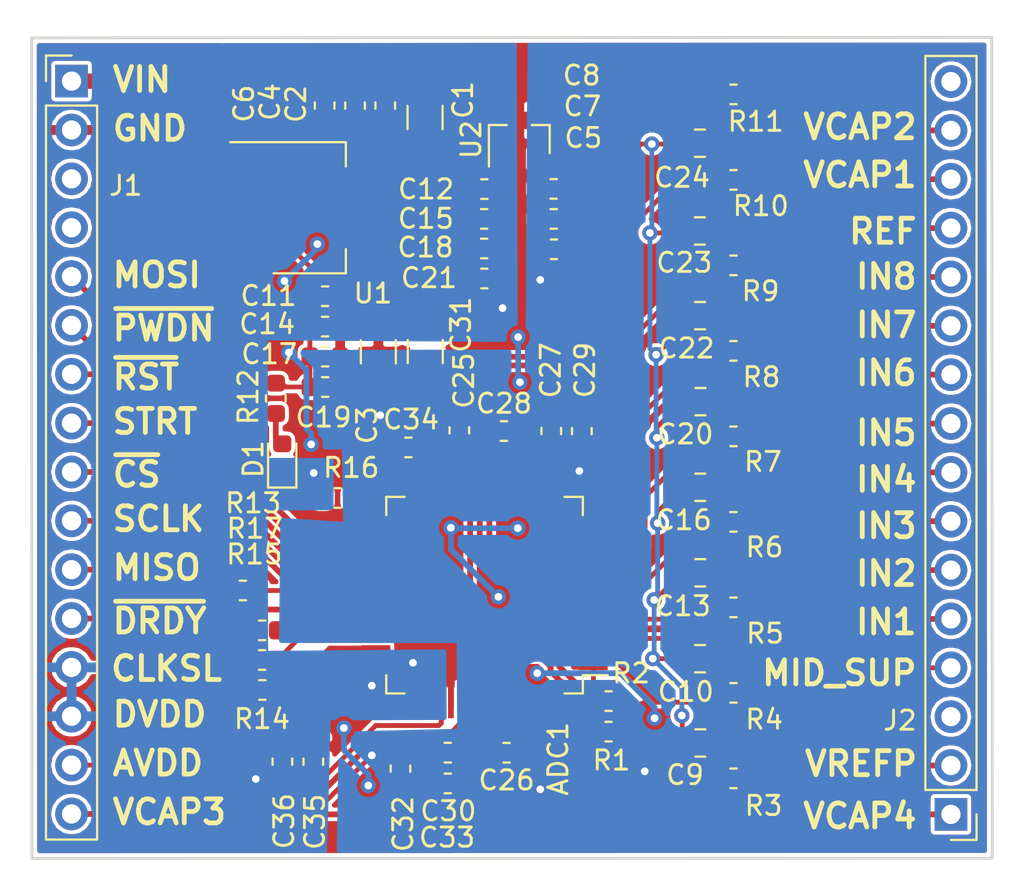
<source format=kicad_pcb>
(kicad_pcb (version 20171130) (host pcbnew "(5.0.0)")
  (layers (0 F.Cu signal) (31 B.Cu signal) (34 B.Paste user) (35 F.Paste user) (36 B.SilkS user) (37 F.SilkS user) (38 B.Mask user) (39 F.Mask user) (44 Edge.Cuts user))
  (net 0 "")
  (net 1 "Net-(ADC1-Pad2)")
  (net 2 "Net-(ADC1-Pad4)")
  (net 3 "Net-(ADC1-Pad6)")
  (net 4 "Net-(ADC1-Pad8)")
  (net 5 "Net-(ADC1-Pad10)")
  (net 6 "Net-(ADC1-Pad12)")
  (net 7 "Net-(ADC1-Pad14)")
  (net 8 "Net-(ADC1-Pad16)")
  (net 9 "Net-(ADC1-Pad17)")
  (net 10 "Net-(ADC1-Pad18)")
  (net 11 "Net-(ADC1-Pad27)")
  (net 12 "Net-(ADC1-Pad29)")
  (net 13 "Net-(ADC1-Pad37)")
  (net 14 "Net-(ADC1-Pad42)")
  (net 15 "Net-(ADC1-Pad44)")
  (net 16 "Net-(ADC1-Pad45)")
  (net 17 "Net-(ADC1-Pad46)")
  (net 18 "Net-(ADC1-Pad61)")
  (net 19 "Net-(ADC1-Pad62)")
  (net 20 "Net-(ADC1-Pad63)")
  (net 21 "Net-(ADC1-Pad64)")
  (net 22 /VIN)
  (net 23 "Net-(J2-Pad3)")
  (net 24 "Net-(J1-Pad4)")
  (net 25 "Net-(J1-Pad3)")
  (net 26 "Net-(J2-Pad16)")
  (net 27 /IN5)
  (net 28 /IN3)
  (net 29 /IN7)
  (net 30 /IN4)
  (net 31 /IN2)
  (net 32 /IN1)
  (net 33 /AVSS)
  (net 34 /MID_SUPPLY)
  (net 35 /IN6)
  (net 36 "Net-(D1-Pad2)")
  (net 37 /AVDD)
  (net 38 /REF)
  (net 39 /DVDD)
  (net 40 /~CS)
  (net 41 /IN8)
  (net 42 /VREFP)
  (net 43 /VCAP4)
  (net 44 /VCAP1)
  (net 45 /VCAP2)
  (net 46 /MOSI)
  (net 47 /~PWDN)
  (net 48 /~RESET)
  (net 49 /START)
  (net 50 /SCLK)
  (net 51 /MISO)
  (net 52 /~DRDY)
  (net 53 /VCAP3)
  (module Capacitor_SMD:C_0603_1608Metric (layer F.Cu) (at 100.2 91.52 180)
    (fp_text reference C21 (at 2.88 0.03 180) (layer F.SilkS))
    (fp_text value 10uF)
    (pad 2 smd roundrect (at 0.7875 0 180) (size 0.875 0.95) (layers F.Cu F.Paste F.Mask) (net 33 /AVSS))
    (pad 1 smd roundrect (at -0.7875 0 180) (size 0.875 0.95) (layers F.Cu F.Paste F.Mask) (net 39 /DVDD))
  )
  (module Capacitor_SMD:C_0603_1608Metric (layer F.Cu) (at 100.19 88.42 180)
    (fp_text reference C15 (at 3.03 0.01 180) (layer F.SilkS))
    (fp_text value 10nF)
    (pad 1 smd roundrect (at -0.7875 0 180) (size 0.875 0.95) (layers F.Cu F.Paste F.Mask) (net 39 /DVDD))
    (pad 2 smd roundrect (at 0.7875 0 180) (size 0.875 0.95) (layers F.Cu F.Paste F.Mask) (net 33 /AVSS))
  )
  (module Capacitor_SMD:C_0603_1608Metric (layer F.Cu) (at 100.19 89.96 180)
    (fp_text reference C18 (at 3.05 0.06 180) (layer F.SilkS))
    (fp_text value 100nF)
    (pad 1 smd roundrect (at -0.7875 0 180) (size 0.875 0.95) (layers F.Cu F.Paste F.Mask) (net 39 /DVDD))
    (pad 2 smd roundrect (at 0.7875 0 180) (size 0.875 0.95) (layers F.Cu F.Paste F.Mask) (net 33 /AVSS))
  )
  (module Capacitor_SMD:C_0603_1608Metric (layer F.Cu) (at 101.22 99.45)
    (fp_text reference C28 (at 0 -1.43) (layer F.SilkS))
    (fp_text value 10u)
    (pad 1 smd roundrect (at -0.7875 0) (size 0.875 0.95) (layers F.Cu F.Paste F.Mask) (net 33 /AVSS))
    (pad 2 smd roundrect (at 0.7875 0) (size 0.875 0.95) (layers F.Cu F.Paste F.Mask) (net 42 /VREFP))
  )
  (module Connector_PinHeader_2.54mm:PinHeader_1x16_P2.54mm_Vertical (layer F.Cu) (at 78.74 81.25875)
    (fp_text reference J1 (at 2.82 5.43125) (layer F.SilkS))
    (fp_text value Conn_01x16)
    (pad 16 thru_hole oval (at 0 38.1) (size 1.7 1.7) (drill 1) (layers *.Cu *.Mask) (net 53 /VCAP3))
    (pad 15 thru_hole oval (at 0 35.56) (size 1.7 1.7) (drill 1) (layers *.Cu *.Mask) (net 37 /AVDD))
    (pad 14 thru_hole oval (at 0 33.02) (size 1.7 1.7) (drill 1) (layers *.Cu *.Mask) (net 39 /DVDD))
    (pad 13 thru_hole oval (at 0 30.48) (size 1.7 1.7) (drill 1) (layers *.Cu *.Mask) (net 39 /DVDD))
    (pad 12 thru_hole oval (at 0 27.94) (size 1.7 1.7) (drill 1) (layers *.Cu *.Mask) (net 52 /~DRDY))
    (pad 11 thru_hole oval (at 0 25.4) (size 1.7 1.7) (drill 1) (layers *.Cu *.Mask) (net 51 /MISO))
    (pad 10 thru_hole oval (at 0 22.86) (size 1.7 1.7) (drill 1) (layers *.Cu *.Mask) (net 50 /SCLK))
    (pad 9 thru_hole oval (at 0 20.32) (size 1.7 1.7) (drill 1) (layers *.Cu *.Mask) (net 40 /~CS))
    (pad 8 thru_hole oval (at 0 17.78) (size 1.7 1.7) (drill 1) (layers *.Cu *.Mask) (net 49 /START))
    (pad 7 thru_hole oval (at 0 15.24) (size 1.7 1.7) (drill 1) (layers *.Cu *.Mask) (net 48 /~RESET))
    (pad 6 thru_hole oval (at 0 12.7) (size 1.7 1.7) (drill 1) (layers *.Cu *.Mask) (net 47 /~PWDN))
    (pad 5 thru_hole oval (at 0 10.16) (size 1.7 1.7) (drill 1) (layers *.Cu *.Mask) (net 46 /MOSI))
    (pad 4 thru_hole oval (at 0 7.62) (size 1.7 1.7) (drill 1) (layers *.Cu *.Mask) (net 24 "Net-(J1-Pad4)"))
    (pad 3 thru_hole oval (at 0 5.08) (size 1.7 1.7) (drill 1) (layers *.Cu *.Mask) (net 25 "Net-(J1-Pad3)"))
    (pad 2 thru_hole oval (at 0 2.54) (size 1.7 1.7) (drill 1) (layers *.Cu *.Mask) (net 33 /AVSS))
    (pad 1 thru_hole rect (at 0 0) (size 1.7 1.7) (drill 1) (layers *.Cu *.Mask) (net 22 /VIN))
  )
  (module Connector_PinHeader_2.54mm:PinHeader_1x16_P2.54mm_Vertical (layer F.Cu) (at 124.46 119.38 180)
    (fp_text reference J2 (at 2.65 4.88 180) (layer F.SilkS))
    (fp_text value Conn_01x16)
    (pad 1 thru_hole rect (at 0 0 180) (size 1.7 1.7) (drill 1) (layers *.Cu *.Mask) (net 43 /VCAP4))
    (pad 2 thru_hole oval (at 0 2.54 180) (size 1.7 1.7) (drill 1) (layers *.Cu *.Mask) (net 42 /VREFP))
    (pad 3 thru_hole oval (at 0 5.08 180) (size 1.7 1.7) (drill 1) (layers *.Cu *.Mask) (net 23 "Net-(J2-Pad3)"))
    (pad 4 thru_hole oval (at 0 7.62 180) (size 1.7 1.7) (drill 1) (layers *.Cu *.Mask) (net 34 /MID_SUPPLY))
    (pad 5 thru_hole oval (at 0 10.16 180) (size 1.7 1.7) (drill 1) (layers *.Cu *.Mask) (net 32 /IN1))
    (pad 6 thru_hole oval (at 0 12.7 180) (size 1.7 1.7) (drill 1) (layers *.Cu *.Mask) (net 31 /IN2))
    (pad 7 thru_hole oval (at 0 15.24 180) (size 1.7 1.7) (drill 1) (layers *.Cu *.Mask) (net 28 /IN3))
    (pad 8 thru_hole oval (at 0 17.78 180) (size 1.7 1.7) (drill 1) (layers *.Cu *.Mask) (net 30 /IN4))
    (pad 9 thru_hole oval (at 0 20.32 180) (size 1.7 1.7) (drill 1) (layers *.Cu *.Mask) (net 27 /IN5))
    (pad 10 thru_hole oval (at 0 22.86 180) (size 1.7 1.7) (drill 1) (layers *.Cu *.Mask) (net 35 /IN6))
    (pad 11 thru_hole oval (at 0 25.4 180) (size 1.7 1.7) (drill 1) (layers *.Cu *.Mask) (net 29 /IN7))
    (pad 12 thru_hole oval (at 0 27.94 180) (size 1.7 1.7) (drill 1) (layers *.Cu *.Mask) (net 41 /IN8))
    (pad 13 thru_hole oval (at 0 30.48 180) (size 1.7 1.7) (drill 1) (layers *.Cu *.Mask) (net 38 /REF))
    (pad 14 thru_hole oval (at 0 33.02 180) (size 1.7 1.7) (drill 1) (layers *.Cu *.Mask) (net 44 /VCAP1))
    (pad 15 thru_hole oval (at 0 35.56 180) (size 1.7 1.7) (drill 1) (layers *.Cu *.Mask) (net 45 /VCAP2))
    (pad 16 thru_hole oval (at 0 38.1 180) (size 1.7 1.7) (drill 1) (layers *.Cu *.Mask) (net 26 "Net-(J2-Pad16)"))
  )
  (module Capacitor_SMD:C_1206_3216Metric (layer F.Cu) (at 94.69 95.33 90)
    (fp_text reference C3 (at -3.82 -0.59 90) (layer F.SilkS))
    (fp_text value 100uF)
    (pad 1 smd roundrect (at -1.4 0 90) (size 1.25 1.75) (layers F.Cu F.Paste F.Mask) (roundrect_rratio 0.2) (net 37 /AVDD))
    (pad 2 smd roundrect (at 1.4 0 90) (size 1.25 1.75) (layers F.Cu F.Paste F.Mask) (roundrect_rratio 0.2) (net 33 /AVSS))
  )
  (module Capacitor_SMD:C_0603_1608Metric (layer F.Cu) (at 95.049572 82.528518 270)
    (fp_text reference C2 (at -0.078518 4.639572 270) (layer F.SilkS))
    (fp_text value 10uF)
    (pad 2 smd roundrect (at 0.7875 0 270) (size 0.875 0.95) (layers F.Cu F.Paste F.Mask) (net 33 /AVSS))
    (pad 1 smd roundrect (at -0.7875 0 270) (size 0.875 0.95) (layers F.Cu F.Paste F.Mask) (net 22 /VIN))
  )
  (module Capacitor_SMD:C_0603_1608Metric (layer F.Cu) (at 93.479572 82.528518 270)
    (fp_text reference C4 (at -0.188518 4.419572 270) (layer F.SilkS))
    (fp_text value 100nF)
    (pad 1 smd roundrect (at -0.7875 0 270) (size 0.875 0.95) (layers F.Cu F.Paste F.Mask) (net 22 /VIN))
    (pad 2 smd roundrect (at 0.7875 0 270) (size 0.875 0.95) (layers F.Cu F.Paste F.Mask) (net 33 /AVSS))
  )
  (module Capacitor_SMD:C_0603_1608Metric (layer F.Cu) (at 91.899572 82.528518 270)
    (fp_text reference C6 (at -0.098518 4.199572 90) (layer F.SilkS))
    (fp_text value 10nF)
    (pad 2 smd roundrect (at 0.7875 0 270) (size 0.875 0.95) (layers F.Cu F.Paste F.Mask) (net 33 /AVSS))
    (pad 1 smd roundrect (at -0.7875 0 270) (size 0.875 0.95) (layers F.Cu F.Paste F.Mask) (net 22 /VIN))
  )
  (module Capacitor_SMD:C_0603_1608Metric (layer F.Cu) (at 103.818518 90.000428)
    (fp_text reference C5 (at 1.53 -5.79) (layer F.SilkS))
    (fp_text value 10uF)
    (pad 1 smd roundrect (at -0.7875 0) (size 0.875 0.95) (layers F.Cu F.Paste F.Mask) (net 37 /AVDD))
    (pad 2 smd roundrect (at 0.7875 0) (size 0.875 0.95) (layers F.Cu F.Paste F.Mask) (net 33 /AVSS))
  )
  (module Capacitor_SMD:C_0603_1608Metric (layer F.Cu) (at 103.808518 88.420428)
    (fp_text reference C7 (at 1.49 -5.85) (layer F.SilkS))
    (fp_text value 100nF)
    (pad 2 smd roundrect (at 0.7875 0) (size 0.875 0.95) (layers F.Cu F.Paste F.Mask) (net 33 /AVSS))
    (pad 1 smd roundrect (at -0.7875 0) (size 0.875 0.95) (layers F.Cu F.Paste F.Mask) (net 37 /AVDD))
  )
  (module Capacitor_SMD:C_0603_1608Metric (layer F.Cu) (at 103.798518 86.860428)
    (fp_text reference C8 (at 1.46 -5.9) (layer F.SilkS))
    (fp_text value 10nF)
    (pad 1 smd roundrect (at -0.7875 0) (size 0.875 0.95) (layers F.Cu F.Paste F.Mask) (net 37 /AVDD))
    (pad 2 smd roundrect (at 0.7875 0) (size 0.875 0.95) (layers F.Cu F.Paste F.Mask) (net 33 /AVSS))
  )
  (module Capacitor_SMD:C_0603_1608Metric (layer F.Cu) (at 91.918518 92.440428)
    (fp_text reference C11 (at -2.94 -0.02) (layer F.SilkS))
    (fp_text value 1nF)
    (pad 1 smd roundrect (at -0.7875 0) (size 0.875 0.95) (layers F.Cu F.Paste F.Mask) (net 37 /AVDD))
    (pad 2 smd roundrect (at 0.7875 0) (size 0.875 0.95) (layers F.Cu F.Paste F.Mask) (net 33 /AVSS))
  )
  (module Capacitor_SMD:C_0603_1608Metric (layer F.Cu) (at 91.918518 94.020428)
    (fp_text reference C14 (at -3.01 -0.13) (layer F.SilkS))
    (fp_text value 10nF)
    (pad 1 smd roundrect (at -0.7875 0) (size 0.875 0.95) (layers F.Cu F.Paste F.Mask) (net 37 /AVDD))
    (pad 2 smd roundrect (at 0.7875 0) (size 0.875 0.95) (layers F.Cu F.Paste F.Mask) (net 33 /AVSS))
  )
  (module Capacitor_SMD:C_0603_1608Metric (layer F.Cu) (at 91.918518 95.580428)
    (fp_text reference C17 (at -2.9 -0.13) (layer F.SilkS))
    (fp_text value 100nF)
    (pad 2 smd roundrect (at 0.7875 0) (size 0.875 0.95) (layers F.Cu F.Paste F.Mask) (net 33 /AVSS))
    (pad 1 smd roundrect (at -0.7875 0) (size 0.875 0.95) (layers F.Cu F.Paste F.Mask) (net 37 /AVDD))
  )
  (module Capacitor_SMD:C_0603_1608Metric (layer F.Cu) (at 91.926018 97.160428)
    (fp_text reference C19 (at -0.086018 1.579572) (layer F.SilkS))
    (fp_text value 10uF)
    (pad 1 smd roundrect (at -0.7875 0) (size 0.875 0.95) (layers F.Cu F.Paste F.Mask) (net 37 /AVDD))
    (pad 2 smd roundrect (at 0.7875 0) (size 0.875 0.95) (layers F.Cu F.Paste F.Mask) (net 33 /AVSS))
  )
  (module Capacitor_SMD:C_0603_1608Metric (layer F.Cu) (at 100.2 86.87 180)
    (fp_text reference C12 (at 3.03 -0.01 180) (layer F.SilkS))
    (fp_text value 1nF)
    (pad 1 smd roundrect (at -0.7875 0 180) (size 0.875 0.95) (layers F.Cu F.Paste F.Mask) (net 39 /DVDD))
    (pad 2 smd roundrect (at 0.7875 0 180) (size 0.875 0.95) (layers F.Cu F.Paste F.Mask) (net 33 /AVSS))
  )
  (module Capacitor_SMD:C_1206_3216Metric (layer F.Cu) (at 97.119572 83.148518 270)
    (fp_text reference C1 (at -0.908518 -1.970428 270) (layer F.SilkS))
    (fp_text value 100uF)
    (pad 1 smd roundrect (at -1.4 0 270) (size 1.25 1.75) (layers F.Cu F.Paste F.Mask) (roundrect_rratio 0.2) (net 22 /VIN))
    (pad 2 smd roundrect (at 1.4 0 270) (size 1.25 1.75) (layers F.Cu F.Paste F.Mask) (roundrect_rratio 0.2) (net 33 /AVSS))
  )
  (module Package_QFP:TQFP-64_10x10mm_P0.5mm (layer F.Cu) (at 100.212928 107.983482 180)
    (fp_text reference ADC1 (at -3.827072 -8.506518 270) (layer F.SilkS))
    (fp_text value ADS1299-8)
    (pad 1 smd rect (at -5.65 -3.75 180) (size 1.5 0.3) (layers F.Cu F.Paste F.Mask) (net 34 /MID_SUPPLY))
    (pad 2 smd rect (at -5.65 -3.25 180) (size 1.5 0.3) (layers F.Cu F.Paste F.Mask) (net 1 "Net-(ADC1-Pad2)"))
    (pad 3 smd rect (at -5.65 -2.75 180) (size 1.5 0.3) (layers F.Cu F.Paste F.Mask) (net 34 /MID_SUPPLY))
    (pad 4 smd rect (at -5.65 -2.25 180) (size 1.5 0.3) (layers F.Cu F.Paste F.Mask) (net 2 "Net-(ADC1-Pad4)"))
    (pad 5 smd rect (at -5.65 -1.75 180) (size 1.5 0.3) (layers F.Cu F.Paste F.Mask) (net 34 /MID_SUPPLY))
    (pad 6 smd rect (at -5.65 -1.25 180) (size 1.5 0.3) (layers F.Cu F.Paste F.Mask) (net 3 "Net-(ADC1-Pad6)"))
    (pad 7 smd rect (at -5.65 -0.75 180) (size 1.5 0.3) (layers F.Cu F.Paste F.Mask) (net 34 /MID_SUPPLY))
    (pad 8 smd rect (at -5.65 -0.25 180) (size 1.5 0.3) (layers F.Cu F.Paste F.Mask) (net 4 "Net-(ADC1-Pad8)"))
    (pad 9 smd rect (at -5.65 0.25 180) (size 1.5 0.3) (layers F.Cu F.Paste F.Mask) (net 34 /MID_SUPPLY))
    (pad 10 smd rect (at -5.65 0.75 180) (size 1.5 0.3) (layers F.Cu F.Paste F.Mask) (net 5 "Net-(ADC1-Pad10)"))
    (pad 11 smd rect (at -5.65 1.25 180) (size 1.5 0.3) (layers F.Cu F.Paste F.Mask) (net 34 /MID_SUPPLY))
    (pad 12 smd rect (at -5.65 1.75 180) (size 1.5 0.3) (layers F.Cu F.Paste F.Mask) (net 6 "Net-(ADC1-Pad12)"))
    (pad 13 smd rect (at -5.65 2.25 180) (size 1.5 0.3) (layers F.Cu F.Paste F.Mask) (net 34 /MID_SUPPLY))
    (pad 14 smd rect (at -5.65 2.75 180) (size 1.5 0.3) (layers F.Cu F.Paste F.Mask) (net 7 "Net-(ADC1-Pad14)"))
    (pad 15 smd rect (at -5.65 3.25 180) (size 1.5 0.3) (layers F.Cu F.Paste F.Mask) (net 34 /MID_SUPPLY))
    (pad 16 smd rect (at -5.65 3.75 180) (size 1.5 0.3) (layers F.Cu F.Paste F.Mask) (net 8 "Net-(ADC1-Pad16)"))
    (pad 17 smd rect (at -3.75 5.65 180) (size 0.3 1.5) (layers F.Cu F.Paste F.Mask) (net 9 "Net-(ADC1-Pad17)"))
    (pad 18 smd rect (at -3.25 5.65 180) (size 0.3 1.5) (layers F.Cu F.Paste F.Mask) (net 10 "Net-(ADC1-Pad18)"))
    (pad 19 smd rect (at -2.75 5.65 180) (size 0.3 1.5) (layers F.Cu F.Paste F.Mask) (net 37 /AVDD))
    (pad 20 smd rect (at -2.25 5.65 180) (size 0.3 1.5) (layers F.Cu F.Paste F.Mask) (net 33 /AVSS))
    (pad 21 smd rect (at -1.75 5.65 180) (size 0.3 1.5) (layers F.Cu F.Paste F.Mask) (net 37 /AVDD))
    (pad 22 smd rect (at -1.25 5.65 180) (size 0.3 1.5) (layers F.Cu F.Paste F.Mask) (net 37 /AVDD))
    (pad 23 smd rect (at -0.75 5.65 180) (size 0.3 1.5) (layers F.Cu F.Paste F.Mask) (net 33 /AVSS))
    (pad 24 smd rect (at -0.25 5.65 180) (size 0.3 1.5) (layers F.Cu F.Paste F.Mask) (net 42 /VREFP))
    (pad 25 smd rect (at 0.25 5.65 180) (size 0.3 1.5) (layers F.Cu F.Paste F.Mask) (net 33 /AVSS))
    (pad 26 smd rect (at 0.75 5.65 180) (size 0.3 1.5) (layers F.Cu F.Paste F.Mask) (net 43 /VCAP4))
    (pad 27 smd rect (at 1.25 5.65 180) (size 0.3 1.5) (layers F.Cu F.Paste F.Mask) (net 11 "Net-(ADC1-Pad27)"))
    (pad 28 smd rect (at 1.75 5.65 180) (size 0.3 1.5) (layers F.Cu F.Paste F.Mask) (net 44 /VCAP1))
    (pad 29 smd rect (at 2.25 5.65 180) (size 0.3 1.5) (layers F.Cu F.Paste F.Mask) (net 12 "Net-(ADC1-Pad29)"))
    (pad 30 smd rect (at 2.75 5.65 180) (size 0.3 1.5) (layers F.Cu F.Paste F.Mask) (net 45 /VCAP2))
    (pad 31 smd rect (at 3.25 5.65 180) (size 0.3 1.5) (layers F.Cu F.Paste F.Mask) (net 33 /AVSS))
    (pad 32 smd rect (at 3.75 5.65 180) (size 0.3 1.5) (layers F.Cu F.Paste F.Mask) (net 33 /AVSS))
    (pad 33 smd rect (at 5.65 3.75 180) (size 1.5 0.3) (layers F.Cu F.Paste F.Mask) (net 33 /AVSS))
    (pad 34 smd rect (at 5.65 3.25 180) (size 1.5 0.3) (layers F.Cu F.Paste F.Mask) (net 46 /MOSI))
    (pad 35 smd rect (at 5.65 2.75 180) (size 1.5 0.3) (layers F.Cu F.Paste F.Mask) (net 47 /~PWDN))
    (pad 36 smd rect (at 5.65 2.25 180) (size 1.5 0.3) (layers F.Cu F.Paste F.Mask) (net 48 /~RESET))
    (pad 37 smd rect (at 5.65 1.75 180) (size 1.5 0.3) (layers F.Cu F.Paste F.Mask) (net 13 "Net-(ADC1-Pad37)"))
    (pad 38 smd rect (at 5.65 1.25 180) (size 1.5 0.3) (layers F.Cu F.Paste F.Mask) (net 49 /START))
    (pad 39 smd rect (at 5.65 0.75 180) (size 1.5 0.3) (layers F.Cu F.Paste F.Mask) (net 40 /~CS))
    (pad 40 smd rect (at 5.65 0.25 180) (size 1.5 0.3) (layers F.Cu F.Paste F.Mask) (net 50 /SCLK))
    (pad 41 smd rect (at 5.65 -0.25 180) (size 1.5 0.3) (layers F.Cu F.Paste F.Mask) (net 33 /AVSS))
    (pad 42 smd rect (at 5.65 -0.75 180) (size 1.5 0.3) (layers F.Cu F.Paste F.Mask) (net 14 "Net-(ADC1-Pad42)"))
    (pad 43 smd rect (at 5.65 -1.25 180) (size 1.5 0.3) (layers F.Cu F.Paste F.Mask) (net 51 /MISO))
    (pad 44 smd rect (at 5.65 -1.75 180) (size 1.5 0.3) (layers F.Cu F.Paste F.Mask) (net 15 "Net-(ADC1-Pad44)"))
    (pad 45 smd rect (at 5.65 -2.25 180) (size 1.5 0.3) (layers F.Cu F.Paste F.Mask) (net 16 "Net-(ADC1-Pad45)"))
    (pad 46 smd rect (at 5.65 -2.75 180) (size 1.5 0.3) (layers F.Cu F.Paste F.Mask) (net 17 "Net-(ADC1-Pad46)"))
    (pad 47 smd rect (at 5.65 -3.25 180) (size 1.5 0.3) (layers F.Cu F.Paste F.Mask) (net 52 /~DRDY))
    (pad 48 smd rect (at 5.65 -3.75 180) (size 1.5 0.3) (layers F.Cu F.Paste F.Mask) (net 39 /DVDD))
    (pad 49 smd rect (at 3.75 -5.65 180) (size 0.3 1.5) (layers F.Cu F.Paste F.Mask) (net 33 /AVSS))
    (pad 50 smd rect (at 3.25 -5.65 180) (size 0.3 1.5) (layers F.Cu F.Paste F.Mask) (net 39 /DVDD))
    (pad 51 smd rect (at 2.75 -5.65 180) (size 0.3 1.5) (layers F.Cu F.Paste F.Mask) (net 33 /AVSS))
    (pad 52 smd rect (at 2.25 -5.65 180) (size 0.3 1.5) (layers F.Cu F.Paste F.Mask) (net 39 /DVDD))
    (pad 53 smd rect (at 1.75 -5.65 180) (size 0.3 1.5) (layers F.Cu F.Paste F.Mask) (net 33 /AVSS))
    (pad 54 smd rect (at 1.25 -5.65 180) (size 0.3 1.5) (layers F.Cu F.Paste F.Mask) (net 37 /AVDD))
    (pad 55 smd rect (at 0.75 -5.65 180) (size 0.3 1.5) (layers F.Cu F.Paste F.Mask) (net 53 /VCAP3))
    (pad 56 smd rect (at 0.25 -5.65 180) (size 0.3 1.5) (layers F.Cu F.Paste F.Mask) (net 37 /AVDD))
    (pad 57 smd rect (at -0.25 -5.65 180) (size 0.3 1.5) (layers F.Cu F.Paste F.Mask) (net 33 /AVSS))
    (pad 58 smd rect (at -0.75 -5.65 180) (size 0.3 1.5) (layers F.Cu F.Paste F.Mask) (net 33 /AVSS))
    (pad 59 smd rect (at -1.25 -5.65 180) (size 0.3 1.5) (layers F.Cu F.Paste F.Mask) (net 37 /AVDD))
    (pad 60 smd rect (at -1.75 -5.65 180) (size 0.3 1.5) (layers F.Cu F.Paste F.Mask) (net 33 /AVSS))
    (pad 61 smd rect (at -2.25 -5.65 180) (size 0.3 1.5) (layers F.Cu F.Paste F.Mask) (net 18 "Net-(ADC1-Pad61)"))
    (pad 62 smd rect (at -2.75 -5.65 180) (size 0.3 1.5) (layers F.Cu F.Paste F.Mask) (net 19 "Net-(ADC1-Pad62)"))
    (pad 63 smd rect (at -3.25 -5.65 180) (size 0.3 1.5) (layers F.Cu F.Paste F.Mask) (net 20 "Net-(ADC1-Pad63)"))
    (pad 64 smd rect (at -3.75 -5.65 180) (size 0.3 1.5) (layers F.Cu F.Paste F.Mask) (net 21 "Net-(ADC1-Pad64)"))
  )
  (module Capacitor_SMD:C_0805_2012Metric (layer F.Cu) (at 111.417828 111.286022 180)
    (fp_text reference C10 (at 0.74144 -1.71958 180) (layer F.SilkS))
    (fp_text value 24nF)
    (pad 2 smd roundrect (at 0.9375 0 180) (size 0.975 1.4) (layers F.Cu F.Paste F.Mask) (net 9 "Net-(ADC1-Pad17)"))
    (pad 1 smd roundrect (at -0.9375 0 180) (size 0.975 1.4) (layers F.Cu F.Paste F.Mask) (net 2 "Net-(ADC1-Pad4)"))
  )
  (module Capacitor_SMD:C_0805_2012Metric (layer F.Cu) (at 111.428228 106.820702 180)
    (fp_text reference C13 (at 0.90678 -1.72974 180) (layer F.SilkS))
    (fp_text value 24nF)
    (pad 1 smd roundrect (at -0.9375 0 180) (size 0.975 1.4) (layers F.Cu F.Paste F.Mask) (net 3 "Net-(ADC1-Pad6)"))
    (pad 2 smd roundrect (at 0.9375 0 180) (size 0.975 1.4) (layers F.Cu F.Paste F.Mask) (net 9 "Net-(ADC1-Pad17)"))
  )
  (module Capacitor_SMD:C_0805_2012Metric (layer F.Cu) (at 111.430768 115.667522 180)
    (fp_text reference C9 (at 0.79756 -1.66116 180) (layer F.SilkS))
    (fp_text value 24nF)
    (pad 2 smd roundrect (at 0.9375 0 180) (size 0.975 1.4) (layers F.Cu F.Paste F.Mask) (net 9 "Net-(ADC1-Pad17)"))
    (pad 1 smd roundrect (at -0.9375 0 180) (size 0.975 1.4) (layers F.Cu F.Paste F.Mask) (net 1 "Net-(ADC1-Pad2)"))
  )
  (module Capacitor_SMD:C_0805_2012Metric (layer F.Cu) (at 111.415768 93.450142 180)
    (fp_text reference C22 (at 0.70636 -1.69926 180) (layer F.SilkS))
    (fp_text value 24nF)
    (pad 1 smd roundrect (at -0.9375 0 180) (size 0.975 1.4) (layers F.Cu F.Paste F.Mask) (net 6 "Net-(ADC1-Pad12)"))
    (pad 2 smd roundrect (at 0.9375 0 180) (size 0.975 1.4) (layers F.Cu F.Paste F.Mask) (net 9 "Net-(ADC1-Pad17)"))
  )
  (module Capacitor_SMD:C_0603_1608Metric (layer F.Cu) (at 101.355928 116.174982 180)
    (fp_text reference C26 (at 0 -1.43 180) (layer F.SilkS))
    (fp_text value 1uF)
    (pad 1 smd roundrect (at -0.7875 0 180) (size 0.875 0.95) (layers F.Cu F.Paste F.Mask) (net 37 /AVDD))
    (pad 2 smd roundrect (at 0.7875 0 180) (size 0.875 0.95) (layers F.Cu F.Paste F.Mask) (net 33 /AVSS))
  )
  (module Capacitor_SMD:C_0603_1608Metric (layer F.Cu) (at 105.270428 99.453982 270)
    (fp_text reference C29 (at -3.1725 -0.16 270) (layer F.SilkS))
    (fp_text value 1uF)
    (pad 2 smd roundrect (at 0.7875 0 270) (size 0.875 0.95) (layers F.Cu F.Paste F.Mask) (net 37 /AVDD))
    (pad 1 smd roundrect (at -0.7875 0 270) (size 0.875 0.95) (layers F.Cu F.Paste F.Mask) (net 33 /AVSS))
  )
  (module Capacitor_SMD:C_0603_1608Metric (layer F.Cu) (at 103.680428 99.443982 270)
    (fp_text reference C27 (at -3.1525 0.03 270) (layer F.SilkS))
    (fp_text value 0.1uF)
    (pad 2 smd roundrect (at 0.7875 0 270) (size 0.875 0.95) (layers F.Cu F.Paste F.Mask) (net 37 /AVDD))
    (pad 1 smd roundrect (at -0.7875 0 270) (size 0.875 0.95) (layers F.Cu F.Paste F.Mask) (net 33 /AVSS))
  )
  (module Capacitor_SMD:C_0603_1608Metric (layer F.Cu) (at 98.900428 99.411482 90)
    (fp_text reference C25 (at 2.581482 0.239572 90) (layer F.SilkS))
    (fp_text value 1uF)
    (pad 2 smd roundrect (at 0.7875 0 90) (size 0.875 0.95) (layers F.Cu F.Paste F.Mask) (net 33 /AVSS))
    (pad 1 smd roundrect (at -0.7875 0 90) (size 0.875 0.95) (layers F.Cu F.Paste F.Mask) (net 43 /VCAP4))
  )
  (module Capacitor_SMD:C_1206_3216Metric (layer F.Cu) (at 97.13 95.32 90)
    (fp_text reference C31 (at 1.4 1.85 90) (layer F.SilkS))
    (fp_text value 100uF)
    (pad 2 smd roundrect (at 1.4 0 90) (size 1.25 1.75) (layers F.Cu F.Paste F.Mask) (roundrect_rratio 0.2) (net 33 /AVSS))
    (pad 1 smd roundrect (at -1.4 0 90) (size 1.25 1.75) (layers F.Cu F.Paste F.Mask) (roundrect_rratio 0.2) (net 44 /VCAP1))
  )
  (module Capacitor_SMD:C_0603_1608Metric (layer F.Cu) (at 95.84 117 90)
    (fp_text reference C32 (at -2.88 0.14 90) (layer F.SilkS))
    (fp_text value 1uF)
    (pad 2 smd roundrect (at 0.7875 0 90) (size 0.875 0.95) (layers F.Cu F.Paste F.Mask) (net 37 /AVDD))
    (pad 1 smd roundrect (at -0.7875 0 90) (size 0.875 0.95) (layers F.Cu F.Paste F.Mask) (net 33 /AVSS))
  )
  (module Capacitor_SMD:C_0805_2012Metric (layer F.Cu) (at 111.438388 97.923082 180)
    (fp_text reference C20 (at 0.78486 -1.69164 180) (layer F.SilkS))
    (fp_text value 24nF)
    (pad 2 smd roundrect (at 0.9375 0 180) (size 0.975 1.4) (layers F.Cu F.Paste F.Mask) (net 9 "Net-(ADC1-Pad17)"))
    (pad 1 smd roundrect (at -0.9375 0 180) (size 0.975 1.4) (layers F.Cu F.Paste F.Mask) (net 5 "Net-(ADC1-Pad10)"))
  )
  (module Capacitor_SMD:C_0805_2012Metric (layer F.Cu) (at 111.405368 89.045782 180)
    (fp_text reference C23 (at 0.81026 -1.65 180) (layer F.SilkS))
    (fp_text value 24nF)
    (pad 1 smd roundrect (at -0.9375 0 180) (size 0.975 1.4) (layers F.Cu F.Paste F.Mask) (net 7 "Net-(ADC1-Pad14)"))
    (pad 2 smd roundrect (at 0.9375 0 180) (size 0.975 1.4) (layers F.Cu F.Paste F.Mask) (net 9 "Net-(ADC1-Pad17)"))
  )
  (module Capacitor_SMD:C_0603_1608Metric (layer F.Cu) (at 96.250428 100.301482 180)
    (fp_text reference C34 (at -0.139572 1.451482 180) (layer F.SilkS))
    (fp_text value 1uF)
    (pad 2 smd roundrect (at 0.7875 0 180) (size 0.875 0.95) (layers F.Cu F.Paste F.Mask) (net 33 /AVSS))
    (pad 1 smd roundrect (at -0.7875 0 180) (size 0.875 0.95) (layers F.Cu F.Paste F.Mask) (net 45 /VCAP2))
  )
  (module Capacitor_SMD:C_0805_2012Metric (layer F.Cu) (at 111.428228 102.375702 180)
    (fp_text reference C16 (at 0.86106 -1.7018 180) (layer F.SilkS))
    (fp_text value 24nF)
    (pad 1 smd roundrect (at -0.9375 0 180) (size 0.975 1.4) (layers F.Cu F.Paste F.Mask) (net 4 "Net-(ADC1-Pad8)"))
    (pad 2 smd roundrect (at 0.9375 0 180) (size 0.975 1.4) (layers F.Cu F.Paste F.Mask) (net 9 "Net-(ADC1-Pad17)"))
  )
  (module Capacitor_SMD:C_0805_2012Metric (layer F.Cu) (at 111.408148 84.486482 180)
    (fp_text reference C24 (at 0.92772 -1.785 180) (layer F.SilkS))
    (fp_text value 24nF)
    (pad 2 smd roundrect (at 0.9375 0 180) (size 0.975 1.4) (layers F.Cu F.Paste F.Mask) (net 9 "Net-(ADC1-Pad17)"))
    (pad 1 smd roundrect (at -0.9375 0 180) (size 0.975 1.4) (layers F.Cu F.Paste F.Mask) (net 8 "Net-(ADC1-Pad16)"))
  )
  (module Capacitor_SMD:C_0603_1608Metric (layer F.Cu) (at 91.310428 116.641482 90)
    (fp_text reference C35 (at -3.128518 0.079572 90) (layer F.SilkS))
    (fp_text value 0.1uF)
    (pad 2 smd roundrect (at 0.7875 0 90) (size 0.875 0.95) (layers F.Cu F.Paste F.Mask) (net 33 /AVSS))
    (pad 1 smd roundrect (at -0.7875 0 90) (size 0.875 0.95) (layers F.Cu F.Paste F.Mask) (net 39 /DVDD))
  )
  (module Capacitor_SMD:C_0603_1608Metric (layer F.Cu) (at 89.700428 116.638982 90)
    (fp_text reference C36 (at -3.091018 0.089572 90) (layer F.SilkS))
    (fp_text value 1uF)
    (pad 2 smd roundrect (at 0.7875 0 90) (size 0.875 0.95) (layers F.Cu F.Paste F.Mask) (net 33 /AVSS))
    (pad 1 smd roundrect (at -0.7875 0 90) (size 0.875 0.95) (layers F.Cu F.Paste F.Mask) (net 39 /DVDD))
  )
  (module Capacitor_SMD:C_0603_1608Metric (layer F.Cu) (at 98.300428 116.171482)
    (fp_text reference C30 (at 0.029572 3.038518) (layer F.SilkS))
    (fp_text value 0.1uF)
    (pad 1 smd roundrect (at -0.7875 0) (size 0.875 0.95) (layers F.Cu F.Paste F.Mask) (net 33 /AVSS))
    (pad 2 smd roundrect (at 0.7875 0) (size 0.875 0.95) (layers F.Cu F.Paste F.Mask) (net 53 /VCAP3))
  )
  (module Capacitor_SMD:C_0603_1608Metric (layer F.Cu) (at 98.300428 117.771482)
    (fp_text reference C33 (at -0.040428 2.808518) (layer F.SilkS))
    (fp_text value 1uF)
    (pad 1 smd roundrect (at -0.7875 0) (size 0.875 0.95) (layers F.Cu F.Paste F.Mask) (net 33 /AVSS))
    (pad 2 smd roundrect (at 0.7875 0) (size 0.875 0.95) (layers F.Cu F.Paste F.Mask) (net 53 /VCAP3))
  )
  (module Resistor_SMD:R_0603_1608Metric (layer F.Cu) (at 87.65 107.74 180)
    (fp_text reference R13 (at -0.53 4.54 180) (layer F.SilkS))
    (fp_text value 33k)
    (pad 1 smd roundrect (at -0.7875 0 180) (size 0.875 0.95) (layers F.Cu F.Paste F.Mask) (net 14 "Net-(ADC1-Pad42)"))
    (pad 2 smd roundrect (at 0.7875 0 180) (size 0.875 0.95) (layers F.Cu F.Paste F.Mask) (net 33 /AVSS))
  )
  (module Resistor_SMD:R_0603_1608Metric (layer F.Cu) (at 113.155428 90.836482)
    (fp_text reference R9 (at 1.40716 1.34112) (layer F.SilkS))
    (fp_text value 220k)
    (pad 2 smd roundrect (at 0.7875 0) (size 0.875 0.95) (layers F.Cu F.Paste F.Mask) (net 29 /IN7))
    (pad 1 smd roundrect (at -0.7875 0) (size 0.875 0.95) (layers F.Cu F.Paste F.Mask) (net 7 "Net-(ADC1-Pad14)"))
  )
  (module Resistor_SMD:R_0603_1608Metric (layer F.Cu) (at 113.155428 99.726482)
    (fp_text reference R7 (at 1.52908 1.32842) (layer F.SilkS))
    (fp_text value 220k)
    (pad 1 smd roundrect (at -0.7875 0) (size 0.875 0.95) (layers F.Cu F.Paste F.Mask) (net 5 "Net-(ADC1-Pad10)"))
    (pad 2 smd roundrect (at 0.7875 0) (size 0.875 0.95) (layers F.Cu F.Paste F.Mask) (net 27 /IN5))
  )
  (module Resistor_SMD:R_0603_1608Metric (layer F.Cu) (at 113.155428 81.946482)
    (fp_text reference R11 (at 1.155 1.415) (layer F.SilkS))
    (fp_text value 220k)
    (pad 1 smd roundrect (at -0.7875 0) (size 0.875 0.95) (layers F.Cu F.Paste F.Mask) (net 9 "Net-(ADC1-Pad17)"))
    (pad 2 smd roundrect (at 0.7875 0) (size 0.875 0.95) (layers F.Cu F.Paste F.Mask) (net 38 /REF))
  )
  (module Resistor_SMD:R_0603_1608Metric (layer F.Cu) (at 88.660428 112.911482)
    (fp_text reference R14 (at -0.020428 1.508518) (layer F.SilkS))
    (fp_text value 33k)
    (pad 2 smd roundrect (at 0.7875 0) (size 0.875 0.95) (layers F.Cu F.Paste F.Mask) (net 17 "Net-(ADC1-Pad46)"))
    (pad 1 smd roundrect (at -0.7875 0) (size 0.875 0.95) (layers F.Cu F.Paste F.Mask) (net 33 /AVSS))
  )
  (module Resistor_SMD:R_0603_1608Metric (layer F.Cu) (at 88.650428 109.811482)
    (fp_text reference R17 (at -0.390428 -5.291482) (layer F.SilkS))
    (fp_text value 33k)
    (pad 1 smd roundrect (at -0.7875 0) (size 0.875 0.95) (layers F.Cu F.Paste F.Mask) (net 33 /AVSS))
    (pad 2 smd roundrect (at 0.7875 0) (size 0.875 0.95) (layers F.Cu F.Paste F.Mask) (net 15 "Net-(ADC1-Pad44)"))
  )
  (module Resistor_SMD:R_0603_1608Metric (layer F.Cu) (at 113.155428 108.616482)
    (fp_text reference R5 (at 1.6383 1.3589) (layer F.SilkS))
    (fp_text value 220k)
    (pad 2 smd roundrect (at 0.7875 0) (size 0.875 0.95) (layers F.Cu F.Paste F.Mask) (net 28 /IN3))
    (pad 1 smd roundrect (at -0.7875 0) (size 0.875 0.95) (layers F.Cu F.Paste F.Mask) (net 3 "Net-(ADC1-Pad6)"))
  )
  (module Resistor_SMD:R_0603_1608Metric (layer F.Cu) (at 113.155428 104.171482)
    (fp_text reference R6 (at 1.60782 1.3208) (layer F.SilkS))
    (fp_text value 220k)
    (pad 2 smd roundrect (at 0.7875 0) (size 0.875 0.95) (layers F.Cu F.Paste F.Mask) (net 30 /IN4))
    (pad 1 smd roundrect (at -0.7875 0) (size 0.875 0.95) (layers F.Cu F.Paste F.Mask) (net 4 "Net-(ADC1-Pad8)"))
  )
  (module Resistor_SMD:R_0603_1608Metric (layer F.Cu) (at 88.650428 111.351482)
    (fp_text reference R15 (at -0.410428 -5.491482) (layer F.SilkS))
    (fp_text value 33k)
    (pad 2 smd roundrect (at 0.7875 0) (size 0.875 0.95) (layers F.Cu F.Paste F.Mask) (net 16 "Net-(ADC1-Pad45)"))
    (pad 1 smd roundrect (at -0.7875 0) (size 0.875 0.95) (layers F.Cu F.Paste F.Mask) (net 33 /AVSS))
  )
  (module Resistor_SMD:R_0603_1608Metric (layer F.Cu) (at 113.155428 86.391482)
    (fp_text reference R10 (at 1.41986 1.3589) (layer F.SilkS))
    (fp_text value 220k)
    (pad 1 smd roundrect (at -0.7875 0) (size 0.875 0.95) (layers F.Cu F.Paste F.Mask) (net 8 "Net-(ADC1-Pad16)"))
    (pad 2 smd roundrect (at 0.7875 0) (size 0.875 0.95) (layers F.Cu F.Paste F.Mask) (net 41 /IN8))
  )
  (module Resistor_SMD:R_0603_1608Metric (layer F.Cu) (at 113.155428 117.506482)
    (fp_text reference R3 (at 1.5621 1.42748) (layer F.SilkS))
    (fp_text value 220k)
    (pad 1 smd roundrect (at -0.7875 0) (size 0.875 0.95) (layers F.Cu F.Paste F.Mask) (net 1 "Net-(ADC1-Pad2)"))
    (pad 2 smd roundrect (at 0.7875 0) (size 0.875 0.95) (layers F.Cu F.Paste F.Mask) (net 32 /IN1))
  )
  (module Resistor_SMD:R_0603_1608Metric (layer F.Cu) (at 113.155428 95.281482)
    (fp_text reference R8 (at 1.45288 1.36398) (layer F.SilkS))
    (fp_text value 220k)
    (pad 1 smd roundrect (at -0.7875 0) (size 0.875 0.95) (layers F.Cu F.Paste F.Mask) (net 6 "Net-(ADC1-Pad12)"))
    (pad 2 smd roundrect (at 0.7875 0) (size 0.875 0.95) (layers F.Cu F.Paste F.Mask) (net 35 /IN6))
  )
  (module Resistor_SMD:R_0603_1608Metric (layer F.Cu) (at 113.155428 113.061482)
    (fp_text reference R4 (at 1.59512 1.3843) (layer F.SilkS))
    (fp_text value 220k)
    (pad 2 smd roundrect (at 0.7875 0) (size 0.875 0.95) (layers F.Cu F.Paste F.Mask) (net 31 /IN2))
    (pad 1 smd roundrect (at -0.7875 0) (size 0.875 0.95) (layers F.Cu F.Paste F.Mask) (net 2 "Net-(ADC1-Pad4)"))
  )
  (module Resistor_SMD:R_0603_1608Metric (layer F.Cu) (at 89.36 97.75 90)
    (fp_text reference R12 (at 0.072562 -1.43142 90) (layer F.SilkS))
    (fp_text value 100)
    (pad 1 smd roundrect (at -0.7875 0 90) (size 0.875 0.95) (layers F.Cu F.Paste F.Mask) (net 36 "Net-(D1-Pad2)"))
    (pad 2 smd roundrect (at 0.7875 0 90) (size 0.875 0.95) (layers F.Cu F.Paste F.Mask) (net 37 /AVDD))
  )
  (module Package_TO_SOT_SMD:SOT-23 (layer F.Cu) (at 102.018518 84.300428 90)
    (fp_text reference U2 (at 0 -2.5 90) (layer F.SilkS))
    (fp_text value LM3480-3.3)
    (pad 1 smd rect (at -1 -0.95 90) (size 0.9 0.8) (layers F.Cu F.Paste F.Mask) (net 39 /DVDD))
    (pad 2 smd rect (at -1 0.95 90) (size 0.9 0.8) (layers F.Cu F.Paste F.Mask) (net 37 /AVDD))
    (pad 3 smd rect (at 1 0 90) (size 0.9 0.8) (layers F.Cu F.Paste F.Mask) (net 33 /AVSS))
  )
  (module LED_SMD:LED_0603_1608Metric (layer F.Cu) (at 89.692902 100.902134 90)
    (fp_text reference D1 (at -0.007866 -1.502902 90) (layer F.SilkS))
    (fp_text value LTST-C194TBKT)
    (pad 2 smd roundrect (at 0.7875 0 90) (size 0.875 0.95) (layers F.Cu F.Paste F.Mask) (net 36 "Net-(D1-Pad2)"))
    (pad 1 smd roundrect (at -0.7875 0 90) (size 0.875 0.95) (layers F.Cu F.Paste F.Mask) (net 33 /AVSS))
  )
  (module Resistor_SMD:R_0603_1608Metric (layer F.Cu) (at 106.657187 115.078641 180)
    (fp_text reference R1 (at -0.152813 -1.491359 180) (layer F.SilkS))
    (fp_text value 10k)
    (pad 1 smd roundrect (at -0.7875 0 180) (size 0.875 0.95) (layers F.Cu F.Paste F.Mask) (net 37 /AVDD))
    (pad 2 smd roundrect (at 0.7875 0 180) (size 0.875 0.95) (layers F.Cu F.Paste F.Mask) (net 34 /MID_SUPPLY))
  )
  (module Resistor_SMD:R_0603_1608Metric (layer F.Cu) (at 106.660428 113.491482)
    (fp_text reference R2 (at 1.169572 -1.451482) (layer F.SilkS))
    (fp_text value 10k)
    (pad 2 smd roundrect (at 0.7875 0) (size 0.875 0.95) (layers F.Cu F.Paste F.Mask) (net 33 /AVSS))
    (pad 1 smd roundrect (at -0.7875 0) (size 0.875 0.95) (layers F.Cu F.Paste F.Mask) (net 34 /MID_SUPPLY))
  )
  (module Package_TO_SOT_SMD:SOT-223-6 (layer F.Cu) (at 91.128518 87.840428)
    (fp_text reference U1 (at 3.28 4.45) (layer F.SilkS))
    (fp_text value MCP1755T-5002E_SOT223-5)
    (pad 4 smd rect (at -3.1375 1.27) (size 2.2 0.6) (layers F.Cu F.Paste F.Mask) (net 37 /AVDD))
    (pad 2 smd rect (at -3.1375 -1.27) (size 2.2 0.6) (layers F.Cu F.Paste F.Mask) (net 22 /VIN))
    (pad 6 smd rect (at 3.1625 0) (size 2.15 3.45) (layers F.Cu F.Paste F.Mask) (net 33 /AVSS))
    (pad 3 smd rect (at -3.1375 0) (size 2.2 0.6) (layers F.Cu F.Paste F.Mask) (net 33 /AVSS))
    (pad 5 smd rect (at -3.1375 2.54) (size 2.2 0.6) (layers F.Cu F.Paste F.Mask) (net 33 /AVSS))
    (pad 1 smd rect (at -3.1375 -2.54) (size 2.2 0.6) (layers F.Cu F.Paste F.Mask) (net 22 /VIN))
  )
  (module Resistor_SMD:R_0603_1608Metric (layer F.Cu) (at 92.57 102.93)
    (fp_text reference R16 (at 0.71 -1.57) (layer F.SilkS))
    (fp_text value 100k)
    (pad 1 smd roundrect (at -0.7875 0) (size 0.875 0.95) (layers F.Cu F.Paste F.Mask) (net 39 /DVDD))
    (pad 2 smd roundrect (at 0.7875 0) (size 0.875 0.95) (layers F.Cu F.Paste F.Mask) (net 40 /~CS))
  )
  (gr_text CLKSL (at 83.68 111.8) (layer F.SilkS) (effects (font (size 1.25 1.25) (thickness 0.25))))
  (gr_text VREFP (at 119.79 116.75) (layer F.SilkS) (effects (font (size 1.25 1.25) (thickness 0.25))))
  (gr_line (start 76.66 79.01) (end 126.58 78.98) (layer Edge.Cuts) (width 0.15))
  (gr_line (start 76.68 121.67) (end 76.66 79.01) (layer Edge.Cuts) (width 0.15))
  (gr_line (start 126.61 121.66) (end 76.68 121.67) (layer Edge.Cuts) (width 0.15))
  (gr_line (start 126.58 78.98) (end 126.61 121.66) (layer Edge.Cuts) (width 0.15))
  (gr_text VCAP4 (at 119.73 119.47) (layer F.SilkS) (effects (font (size 1.25 1.25) (thickness 0.25))))
  (gr_text MID_SUP (at 118.658572 112.03) (layer F.SilkS) (effects (font (size 1.25 1.25) (thickness 0.25))))
  (gr_text IN1 (at 121.099048 109.38) (layer F.SilkS) (effects (font (size 1.25 1.25) (thickness 0.25))))
  (gr_text IN2 (at 121.099048 106.86) (layer F.SilkS) (effects (font (size 1.25 1.25) (thickness 0.25))))
  (gr_text IN3 (at 121.099048 104.38) (layer F.SilkS) (effects (font (size 1.25 1.25) (thickness 0.25))))
  (gr_text IN4 (at 121.099048 101.97) (layer F.SilkS) (effects (font (size 1.25 1.25) (thickness 0.25))))
  (gr_text IN5 (at 121.099048 99.55) (layer F.SilkS) (effects (font (size 1.25 1.25) (thickness 0.25))))
  (gr_text IN6 (at 121.099048 96.43) (layer F.SilkS) (effects (font (size 1.25 1.25) (thickness 0.25))))
  (gr_text IN7 (at 121.099048 93.94) (layer F.SilkS) (effects (font (size 1.25 1.25) (thickness 0.25))))
  (gr_text IN8 (at 121.099048 91.42) (layer F.SilkS) (effects (font (size 1.25 1.25) (thickness 0.25))))
  (gr_text REF (at 120.920476 89.07) (layer F.SilkS) (effects (font (size 1.25 1.25) (thickness 0.25))))
  (gr_text VCAP1 (at 119.73 86.14) (layer F.SilkS) (effects (font (size 1.25 1.25) (thickness 0.25))))
  (gr_text VCAP2 (at 119.73 83.64) (layer F.SilkS) (effects (font (size 1.25 1.25) (thickness 0.25))))
  (gr_text VCAP3 (at 83.824761 119.25875) (layer F.SilkS) (effects (font (size 1.25 1.25) (thickness 0.25))))
  (gr_text AVDD (at 83.229523 116.71875) (layer F.SilkS) (effects (font (size 1.25 1.25) (thickness 0.25))))
  (gr_text DVDD (at 83.318809 114.17875) (layer F.SilkS) (effects (font (size 1.25 1.25) (thickness 0.25))))
  (gr_text ~DRDY (at 83.318809 109.33) (layer F.SilkS) (effects (font (size 1.25 1.25) (thickness 0.25))))
  (gr_text MISO (at 83.17 106.55875) (layer F.SilkS) (effects (font (size 1.25 1.25) (thickness 0.25))))
  (gr_text SCLK (at 83.259285 104.01875) (layer F.SilkS) (effects (font (size 1.25 1.25) (thickness 0.25))))
  (gr_text ~CS (at 82.128333 101.71) (layer F.SilkS) (effects (font (size 1.25 1.25) (thickness 0.25))))
  (gr_text STRT (at 83.080714 98.96) (layer F.SilkS) (effects (font (size 1.25 1.25) (thickness 0.25))))
  (gr_text ~RST (at 82.604523 96.65125) (layer F.SilkS) (effects (font (size 1.25 1.25) (thickness 0.25))))
  (gr_text ~PWDN (at 83.527142 94.11125) (layer F.SilkS) (effects (font (size 1.25 1.25) (thickness 0.25))))
  (gr_text MOSI (at 83.17 91.34) (layer F.SilkS) (effects (font (size 1.25 1.25) (thickness 0.25))))
  (gr_text GND (at 82.812857 83.72) (layer F.SilkS) (effects (font (size 1.25 1.25) (thickness 0.25))))
  (gr_text VIN (at 82.39619 81.18) (layer F.SilkS) (effects (font (size 1.25 1.25) (thickness 0.25))))
  (segment (start 104.862928 104.733482) (end 105.862928 104.733482) (width 0.25) (layer F.Cu) (net 34))
  (segment (start 104.837927 104.758483) (end 104.862928 104.733482) (width 0.25) (layer F.Cu) (net 34))
  (segment (start 104.837927 105.758483) (end 104.837927 105.76) (width 0.25) (layer F.Cu) (net 34))
  (segment (start 104.862928 105.733482) (end 104.837927 105.758483) (width 0.25) (layer F.Cu) (net 34))
  (segment (start 105.862928 105.733482) (end 104.862928 105.733482) (width 0.25) (layer F.Cu) (net 34))
  (segment (start 104.837927 105.76) (end 104.837927 104.758483) (width 0.25) (layer F.Cu) (net 34))
  (segment (start 104.837927 106.758483) (end 104.837927 106.76) (width 0.25) (layer F.Cu) (net 34))
  (segment (start 104.862928 106.733482) (end 104.837927 106.758483) (width 0.25) (layer F.Cu) (net 34))
  (segment (start 105.862928 106.733482) (end 104.862928 106.733482) (width 0.25) (layer F.Cu) (net 34))
  (segment (start 104.837927 106.76) (end 104.837927 105.76) (width 0.25) (layer F.Cu) (net 34))
  (segment (start 104.837927 107.758483) (end 104.837927 107.84) (width 0.25) (layer F.Cu) (net 34))
  (segment (start 104.862928 107.733482) (end 104.837927 107.758483) (width 0.25) (layer F.Cu) (net 34))
  (segment (start 105.862928 107.733482) (end 104.862928 107.733482) (width 0.25) (layer F.Cu) (net 34))
  (segment (start 104.837927 107.84) (end 104.837927 106.76) (width 0.25) (layer F.Cu) (net 34))
  (segment (start 104.837927 108.708481) (end 104.837927 108.68) (width 0.25) (layer F.Cu) (net 34))
  (segment (start 104.862928 108.733482) (end 104.837927 108.708481) (width 0.25) (layer F.Cu) (net 34))
  (segment (start 105.862928 108.733482) (end 104.862928 108.733482) (width 0.25) (layer F.Cu) (net 34))
  (segment (start 104.837927 108.68) (end 104.837927 107.84) (width 0.25) (layer F.Cu) (net 34))
  (segment (start 104.851409 109.733482) (end 104.837927 109.72) (width 0.25) (layer F.Cu) (net 34))
  (segment (start 105.862928 109.733482) (end 104.851409 109.733482) (width 0.25) (layer F.Cu) (net 34))
  (segment (start 104.837927 109.72) (end 104.837927 108.68) (width 0.25) (layer F.Cu) (net 34))
  (segment (start 104.859446 110.73) (end 104.837927 110.73) (width 0.25) (layer F.Cu) (net 34))
  (segment (start 104.862928 110.733482) (end 104.859446 110.73) (width 0.25) (layer F.Cu) (net 34))
  (segment (start 105.862928 110.733482) (end 104.862928 110.733482) (width 0.25) (layer F.Cu) (net 34))
  (segment (start 104.837927 110.73) (end 104.837927 109.72) (width 0.25) (layer F.Cu) (net 34))
  (segment (start 104.861409 111.733482) (end 104.837927 111.71) (width 0.25) (layer F.Cu) (net 34))
  (segment (start 105.862928 111.733482) (end 104.861409 111.733482) (width 0.25) (layer F.Cu) (net 34))
  (segment (start 104.837927 111.71) (end 104.837927 110.73) (width 0.25) (layer F.Cu) (net 34))
  (segment (start 105.889687 114.244723) (end 105.892928 114.241482) (width 0.25) (layer F.Cu) (net 34))
  (segment (start 105.869687 115.078641) (end 105.869687 113.494723) (width 0.25) (layer F.Cu) (net 34))
  (segment (start 105.862928 114.211482) (end 105.892928 114.241482) (width 0.25) (layer F.Cu) (net 34))
  (segment (start 115 117.622694) (end 114.122694 118.5) (width 0.25) (layer F.Cu) (net 34))
  (segment (start 115 114.32) (end 115 117.622694) (width 0.25) (layer F.Cu) (net 34))
  (segment (start 124.46 111.76) (end 117.56 111.76) (width 0.25) (layer F.Cu) (net 34))
  (segment (start 117.56 111.76) (end 115 114.32) (width 0.25) (layer F.Cu) (net 34))
  (segment (start 105.869687 115.653641) (end 105.869687 115.078641) (width 0.25) (layer F.Cu) (net 34))
  (segment (start 108.716046 118.5) (end 105.869687 115.653641) (width 0.25) (layer F.Cu) (net 34))
  (segment (start 114.122694 118.5) (end 108.716046 118.5) (width 0.25) (layer F.Cu) (net 34))
  (segment (start 105.872928 111.743482) (end 105.862928 111.733482) (width 0.25) (layer F.Cu) (net 34))
  (segment (start 105.872928 113.491482) (end 105.872928 111.743482) (width 0.25) (layer F.Cu) (net 34))
  (segment (start 106.862928 111.233482) (end 105.862928 111.233482) (width 0.25) (layer F.Cu) (net 1))
  (segment (start 109.179446 113.55) (end 106.862928 111.233482) (width 0.25) (layer F.Cu) (net 1))
  (segment (start 111.11 113.55) (end 109.179446 113.55) (width 0.25) (layer F.Cu) (net 1))
  (segment (start 112.368268 115.667522) (end 112.368268 114.808268) (width 0.25) (layer F.Cu) (net 1))
  (segment (start 112.368268 114.808268) (end 111.11 113.55) (width 0.25) (layer F.Cu) (net 1))
  (segment (start 112.368268 117.506142) (end 112.367928 117.506482) (width 0.25) (layer F.Cu) (net 1))
  (segment (start 112.368268 115.667522) (end 112.368268 117.506142) (width 0.25) (layer F.Cu) (net 1))
  (segment (start 106.862928 110.233482) (end 105.862928 110.233482) (width 0.25) (layer F.Cu) (net 2))
  (segment (start 112.102788 110.233482) (end 106.862928 110.233482) (width 0.25) (layer F.Cu) (net 2))
  (segment (start 112.355328 110.486022) (end 112.102788 110.233482) (width 0.25) (layer F.Cu) (net 2))
  (segment (start 112.355328 111.286022) (end 112.355328 110.486022) (width 0.25) (layer F.Cu) (net 2))
  (segment (start 112.355328 113.048882) (end 112.367928 113.061482) (width 0.25) (layer F.Cu) (net 2))
  (segment (start 112.355328 111.286022) (end 112.355328 113.048882) (width 0.25) (layer F.Cu) (net 2))
  (segment (start 106.862928 109.233482) (end 105.862928 109.233482) (width 0.25) (layer F.Cu) (net 3))
  (segment (start 111.213428 109.233482) (end 106.862928 109.233482) (width 0.25) (layer F.Cu) (net 3))
  (segment (start 111.830428 108.616482) (end 111.213428 109.233482) (width 0.25) (layer F.Cu) (net 3))
  (segment (start 112.367928 108.616482) (end 111.830428 108.616482) (width 0.25) (layer F.Cu) (net 3))
  (segment (start 112.365728 108.614282) (end 112.367928 108.616482) (width 0.25) (layer F.Cu) (net 3))
  (segment (start 112.365728 106.820702) (end 112.365728 108.614282) (width 0.25) (layer F.Cu) (net 3))
  (segment (start 106.862928 108.233482) (end 105.862928 108.233482) (width 0.25) (layer F.Cu) (net 4))
  (segment (start 107.644308 108.233482) (end 106.862928 108.233482) (width 0.25) (layer F.Cu) (net 4))
  (segment (start 111.706308 104.171482) (end 107.644308 108.233482) (width 0.25) (layer F.Cu) (net 4))
  (segment (start 112.367928 104.171482) (end 111.706308 104.171482) (width 0.25) (layer F.Cu) (net 4))
  (segment (start 112.365728 104.169282) (end 112.367928 104.171482) (width 0.25) (layer F.Cu) (net 4))
  (segment (start 112.365728 102.375702) (end 112.365728 104.169282) (width 0.25) (layer F.Cu) (net 4))
  (segment (start 106.862928 107.233482) (end 105.862928 107.233482) (width 0.25) (layer F.Cu) (net 5))
  (segment (start 108.56 105.53641) (end 106.862928 107.233482) (width 0.25) (layer F.Cu) (net 5))
  (segment (start 108.56 102.87279) (end 108.56 105.53641) (width 0.25) (layer F.Cu) (net 5))
  (segment (start 112.367928 99.726482) (end 111.706308 99.726482) (width 0.25) (layer F.Cu) (net 5))
  (segment (start 111.706308 99.726482) (end 108.56 102.87279) (width 0.25) (layer F.Cu) (net 5))
  (segment (start 112.375888 99.718522) (end 112.367928 99.726482) (width 0.25) (layer F.Cu) (net 5))
  (segment (start 112.375888 97.923082) (end 112.375888 99.718522) (width 0.25) (layer F.Cu) (net 5))
  (segment (start 111.708848 95.281482) (end 107.89 99.10033) (width 0.25) (layer F.Cu) (net 6))
  (segment (start 112.367928 95.281482) (end 111.708848 95.281482) (width 0.25) (layer F.Cu) (net 6))
  (segment (start 106.862928 106.233482) (end 105.862928 106.233482) (width 0.25) (layer F.Cu) (net 6))
  (segment (start 107.096518 106.233482) (end 106.862928 106.233482) (width 0.25) (layer F.Cu) (net 6))
  (segment (start 107.89 105.44) (end 107.096518 106.233482) (width 0.25) (layer F.Cu) (net 6))
  (segment (start 107.89 99.10033) (end 107.89 105.44) (width 0.25) (layer F.Cu) (net 6))
  (segment (start 112.367928 93.464802) (end 112.353268 93.450142) (width 0.25) (layer F.Cu) (net 6))
  (segment (start 112.367928 95.281482) (end 112.367928 93.464802) (width 0.25) (layer F.Cu) (net 6))
  (segment (start 111.658288 90.836482) (end 107.42 95.07477) (width 0.25) (layer F.Cu) (net 7))
  (segment (start 112.367928 90.836482) (end 111.658288 90.836482) (width 0.25) (layer F.Cu) (net 7))
  (segment (start 106.862928 105.233482) (end 105.862928 105.233482) (width 0.25) (layer F.Cu) (net 7))
  (segment (start 107.42 104.67641) (end 106.862928 105.233482) (width 0.25) (layer F.Cu) (net 7))
  (segment (start 107.42 95.07477) (end 107.42 104.67641) (width 0.25) (layer F.Cu) (net 7))
  (segment (start 112.342868 90.811422) (end 112.367928 90.836482) (width 0.25) (layer F.Cu) (net 7))
  (segment (start 112.342868 89.045782) (end 112.342868 90.811422) (width 0.25) (layer F.Cu) (net 7))
  (segment (start 110.268518 86.391482) (end 112.367928 86.391482) (width 0.25) (layer F.Cu) (net 8))
  (segment (start 106.862928 89.797072) (end 110.268518 86.391482) (width 0.25) (layer F.Cu) (net 8))
  (segment (start 106.862928 102.833482) (end 106.862928 89.797072) (width 0.25) (layer F.Cu) (net 8))
  (segment (start 105.862928 104.233482) (end 105.862928 103.833482) (width 0.25) (layer F.Cu) (net 8))
  (segment (start 105.862928 103.833482) (end 106.862928 102.833482) (width 0.25) (layer F.Cu) (net 8))
  (segment (start 112.345648 86.369202) (end 112.367928 86.391482) (width 0.25) (layer F.Cu) (net 8))
  (segment (start 112.345648 84.486482) (end 112.345648 86.369202) (width 0.25) (layer F.Cu) (net 8))
  (via (at 108.96 111.28) (size 0.8) (drill 0.4) (layers F.Cu B.Cu) (net 9))
  (via (at 110.47 114.24) (size 0.8) (drill 0.4) (layers F.Cu B.Cu) (net 9))
  (via (at 109.03 108.23) (size 0.8) (drill 0.4) (layers F.Cu B.Cu) (net 9))
  (via (at 109.21 104.24) (size 0.8) (drill 0.4) (layers F.Cu B.Cu) (net 9))
  (via (at 109.17 99.8) (size 0.8) (drill 0.4) (layers F.Cu B.Cu) (net 9))
  (via (at 109.13 95.48) (size 0.8) (drill 0.4) (layers F.Cu B.Cu) (net 9))
  (via (at 108.81 89.15) (size 0.8) (drill 0.4) (layers F.Cu B.Cu) (net 9))
  (via (at 108.91 84.53) (size 0.8) (drill 0.4) (layers F.Cu B.Cu) (net 9))
  (segment (start 112.367928 81.946482) (end 111.223518 81.946482) (width 0.25) (layer F.Cu) (net 9))
  (segment (start 110.470648 82.699352) (end 110.470648 84.486482) (width 0.25) (layer F.Cu) (net 9))
  (segment (start 111.223518 81.946482) (end 110.470648 82.699352) (width 0.25) (layer F.Cu) (net 9))
  (segment (start 110.46079 115.7) (end 110.493268 115.667522) (width 0.25) (layer F.Cu) (net 9))
  (segment (start 108.966022 111.286022) (end 108.96 111.28) (width 0.25) (layer F.Cu) (net 9))
  (segment (start 110.480328 111.286022) (end 108.966022 111.286022) (width 0.25) (layer F.Cu) (net 9))
  (segment (start 109.08143 108.23) (end 110.490728 106.820702) (width 0.25) (layer F.Cu) (net 9))
  (segment (start 109.03 108.23) (end 109.08143 108.23) (width 0.25) (layer F.Cu) (net 9))
  (segment (start 109.21 103.65643) (end 110.490728 102.375702) (width 0.25) (layer F.Cu) (net 9))
  (segment (start 109.21 104.24) (end 109.21 103.65643) (width 0.25) (layer F.Cu) (net 9))
  (segment (start 109.17 99.25397) (end 110.500888 97.923082) (width 0.25) (layer F.Cu) (net 9))
  (segment (start 109.17 99.8) (end 109.17 99.25397) (width 0.25) (layer F.Cu) (net 9))
  (segment (start 110.478268 94.131732) (end 110.478268 93.450142) (width 0.25) (layer F.Cu) (net 9))
  (segment (start 109.13 95.48) (end 110.478268 94.131732) (width 0.25) (layer F.Cu) (net 9))
  (segment (start 110.36365 89.15) (end 110.467868 89.045782) (width 0.25) (layer F.Cu) (net 9))
  (segment (start 108.81 89.15) (end 110.36365 89.15) (width 0.25) (layer F.Cu) (net 9))
  (segment (start 110.42713 84.53) (end 110.470648 84.486482) (width 0.25) (layer F.Cu) (net 9))
  (segment (start 108.91 84.53) (end 110.42713 84.53) (width 0.25) (layer F.Cu) (net 9))
  (segment (start 108.91 89.05) (end 108.81 89.15) (width 0.25) (layer B.Cu) (net 9))
  (segment (start 108.91 84.53) (end 108.91 89.05) (width 0.25) (layer B.Cu) (net 9))
  (segment (start 108.81 95.16) (end 109.13 95.48) (width 0.25) (layer B.Cu) (net 9))
  (segment (start 108.81 89.15) (end 108.81 95.16) (width 0.25) (layer B.Cu) (net 9))
  (segment (start 109.13 99.76) (end 109.17 99.8) (width 0.25) (layer B.Cu) (net 9))
  (segment (start 109.13 95.48) (end 109.13 99.76) (width 0.25) (layer B.Cu) (net 9))
  (segment (start 109.17 104.2) (end 109.21 104.24) (width 0.25) (layer B.Cu) (net 9))
  (segment (start 109.17 99.8) (end 109.17 104.2) (width 0.25) (layer B.Cu) (net 9))
  (segment (start 109.21 108.05) (end 109.03 108.23) (width 0.25) (layer B.Cu) (net 9))
  (segment (start 109.21 104.24) (end 109.21 108.05) (width 0.25) (layer B.Cu) (net 9))
  (segment (start 109.03 111.21) (end 108.96 111.28) (width 0.25) (layer B.Cu) (net 9))
  (segment (start 109.03 108.23) (end 109.03 111.21) (width 0.25) (layer B.Cu) (net 9))
  (segment (start 108.344315 84.53) (end 108.91 84.53) (width 0.25) (layer F.Cu) (net 9))
  (segment (start 106.35 86.524315) (end 108.344315 84.53) (width 0.25) (layer F.Cu) (net 9))
  (segment (start 106.35 101.67) (end 106.35 86.524315) (width 0.25) (layer F.Cu) (net 9))
  (segment (start 103.962928 102.333482) (end 105.686518 102.333482) (width 0.25) (layer F.Cu) (net 9))
  (segment (start 105.686518 102.333482) (end 106.35 101.67) (width 0.25) (layer F.Cu) (net 9))
  (segment (start 110.493268 114.263268) (end 110.47 114.24) (width 0.25) (layer F.Cu) (net 9))
  (segment (start 110.493268 115.667522) (end 110.493268 114.263268) (width 0.25) (layer F.Cu) (net 9))
  (segment (start 110.47 112.79) (end 110.47 114.24) (width 0.25) (layer B.Cu) (net 9))
  (segment (start 108.96 111.28) (end 110.47 112.79) (width 0.25) (layer B.Cu) (net 9))
  (via (at 108.54 117.14) (size 0.8) (drill 0.4) (layers F.Cu B.Cu) (net 37))
  (segment (start 91.131018 91.865428) (end 91.131018 92.440428) (width 0.25) (layer F.Cu) (net 37))
  (segment (start 91.131018 90.900428) (end 91.131018 91.865428) (width 0.25) (layer F.Cu) (net 37))
  (segment (start 89.341018 89.110428) (end 91.131018 90.900428) (width 0.25) (layer F.Cu) (net 37))
  (segment (start 87.991018 89.110428) (end 89.341018 89.110428) (width 0.25) (layer F.Cu) (net 37))
  (segment (start 91.131018 94.020428) (end 91.131018 92.440428) (width 0.25) (layer F.Cu) (net 37))
  (segment (start 91.131018 94.020428) (end 91.131018 95.580428) (width 0.25) (layer F.Cu) (net 37))
  (segment (start 91.131018 97.152928) (end 91.138518 97.160428) (width 0.25) (layer F.Cu) (net 37))
  (segment (start 91.131018 95.580428) (end 91.131018 97.152928) (width 0.25) (layer F.Cu) (net 37))
  (segment (start 91.60013 97.62204) (end 91.138518 97.160428) (width 0.25) (layer F.Cu) (net 37))
  (segment (start 91.888528 97.910438) (end 91.60013 97.62204) (width 0.25) (layer F.Cu) (net 37))
  (segment (start 94.234562 97.910438) (end 91.888528 97.910438) (width 0.25) (layer F.Cu) (net 37))
  (segment (start 94.69 97.455) (end 94.234562 97.910438) (width 0.25) (layer F.Cu) (net 37))
  (segment (start 94.69 96.73) (end 94.69 97.455) (width 0.25) (layer F.Cu) (net 37))
  (segment (start 101.462928 114.633482) (end 101.462928 113.633482) (width 0.25) (layer F.Cu) (net 37))
  (segment (start 101.462928 114.919482) (end 101.462928 114.633482) (width 0.25) (layer F.Cu) (net 37))
  (segment (start 102.143428 115.599982) (end 101.462928 114.919482) (width 0.25) (layer F.Cu) (net 37))
  (segment (start 102.143428 116.174982) (end 102.143428 115.599982) (width 0.25) (layer F.Cu) (net 37))
  (segment (start 99.962928 112.633482) (end 99.962928 113.633482) (width 0.25) (layer F.Cu) (net 37))
  (segment (start 99.987929 112.608481) (end 99.962928 112.633482) (width 0.25) (layer F.Cu) (net 37))
  (segment (start 101.437927 112.608481) (end 99.987929 112.608481) (width 0.25) (layer F.Cu) (net 37))
  (segment (start 101.462928 112.633482) (end 101.437927 112.608481) (width 0.25) (layer F.Cu) (net 37))
  (segment (start 101.462928 113.633482) (end 101.462928 112.633482) (width 0.25) (layer F.Cu) (net 37))
  (segment (start 98.962928 114.633482) (end 98.962928 113.633482) (width 0.25) (layer F.Cu) (net 37))
  (segment (start 98.767428 114.828982) (end 98.962928 114.633482) (width 0.25) (layer F.Cu) (net 37))
  (segment (start 95.84 115.675) (end 96.345 115.17) (width 0.25) (layer F.Cu) (net 37))
  (segment (start 95.84 116.2125) (end 95.84 115.675) (width 0.25) (layer F.Cu) (net 37))
  (segment (start 98.42641 115.17) (end 98.962928 114.633482) (width 0.25) (layer F.Cu) (net 37))
  (segment (start 96.345 115.17) (end 98.42641 115.17) (width 0.25) (layer F.Cu) (net 37))
  (segment (start 102.968518 86.817928) (end 103.011018 86.860428) (width 0.25) (layer F.Cu) (net 37))
  (segment (start 102.968518 85.300428) (end 102.968518 86.817928) (width 0.25) (layer F.Cu) (net 37))
  (segment (start 103.011018 88.410428) (end 103.021018 88.420428) (width 0.25) (layer F.Cu) (net 37))
  (segment (start 103.011018 86.860428) (end 103.011018 88.410428) (width 0.25) (layer F.Cu) (net 37))
  (segment (start 103.021018 89.990428) (end 103.031018 90.000428) (width 0.25) (layer F.Cu) (net 37))
  (segment (start 103.021018 88.420428) (end 103.021018 89.990428) (width 0.25) (layer F.Cu) (net 37))
  (via (at 94.35 116.31) (size 0.8) (drill 0.4) (layers F.Cu B.Cu) (net 37))
  (segment (start 94.4475 116.2125) (end 94.35 116.31) (width 0.25) (layer F.Cu) (net 37))
  (segment (start 95.84 116.2125) (end 94.4475 116.2125) (width 0.25) (layer F.Cu) (net 37))
  (via (at 103.11 118.08) (size 0.8) (drill 0.4) (layers F.Cu B.Cu) (net 37))
  (segment (start 103.11 117.141554) (end 102.143428 116.174982) (width 0.25) (layer F.Cu) (net 37))
  (segment (start 103.11 118.08) (end 103.11 117.141554) (width 0.25) (layer F.Cu) (net 37))
  (segment (start 101.462928 102.333482) (end 101.462928 101.93848) (width 0.25) (layer F.Cu) (net 37))
  (segment (start 103.690428 100.241482) (end 103.680428 100.231482) (width 0.25) (layer F.Cu) (net 37))
  (segment (start 105.270428 100.241482) (end 103.690428 100.241482) (width 0.25) (layer F.Cu) (net 37))
  (via (at 105.14 101.53) (size 0.8) (drill 0.4) (layers F.Cu B.Cu) (net 37))
  (segment (start 105.14 100.37191) (end 105.270428 100.241482) (width 0.25) (layer F.Cu) (net 37))
  (segment (start 105.14 101.53) (end 105.14 100.37191) (width 0.25) (layer F.Cu) (net 37))
  (via (at 94.79 98.63) (size 0.8) (drill 0.4) (layers F.Cu B.Cu) (net 37))
  (segment (start 94.69 98.53) (end 94.79 98.63) (width 0.25) (layer F.Cu) (net 37))
  (segment (start 94.69 96.73) (end 94.69 98.53) (width 0.25) (layer F.Cu) (net 37))
  (via (at 103.11 91.59) (size 0.8) (drill 0.4) (layers F.Cu B.Cu) (net 37))
  (segment (start 102.962928 100.948982) (end 102.962928 102.333482) (width 0.25) (layer F.Cu) (net 37))
  (segment (start 103.680428 100.231482) (end 102.962928 100.948982) (width 0.25) (layer F.Cu) (net 37))
  (segment (start 101.962928 103.333482) (end 101.962928 102.333482) (width 0.25) (layer F.Cu) (net 37))
  (segment (start 101.987929 103.358483) (end 101.962928 103.333482) (width 0.25) (layer F.Cu) (net 37))
  (segment (start 102.937927 103.358483) (end 101.987929 103.358483) (width 0.25) (layer F.Cu) (net 37))
  (segment (start 102.962928 103.333482) (end 102.937927 103.358483) (width 0.25) (layer F.Cu) (net 37))
  (segment (start 102.962928 102.333482) (end 102.962928 103.333482) (width 0.25) (layer F.Cu) (net 37))
  (segment (start 101.462928 102.933482) (end 101.462928 102.333482) (width 0.25) (layer F.Cu) (net 37))
  (segment (start 101.887929 103.358483) (end 101.462928 102.933482) (width 0.25) (layer F.Cu) (net 37))
  (segment (start 101.987929 103.358483) (end 101.887929 103.358483) (width 0.25) (layer F.Cu) (net 37))
  (segment (start 89.876786 97.160428) (end 89.69142 96.975062) (width 0.25) (layer F.Cu) (net 37))
  (segment (start 103.031018 91.511018) (end 103.11 91.59) (width 0.25) (layer F.Cu) (net 37))
  (segment (start 103.031018 90.000428) (end 103.031018 91.511018) (width 0.25) (layer F.Cu) (net 37))
  (segment (start 83.79875 116.81875) (end 78.74 116.81875) (width 0.25) (layer F.Cu) (net 37))
  (segment (start 85.93499 118.95499) (end 83.79875 116.81875) (width 0.25) (layer F.Cu) (net 37))
  (segment (start 94.35 116.31) (end 91.70501 118.95499) (width 0.25) (layer F.Cu) (net 37))
  (segment (start 91.70501 118.95499) (end 85.93499 118.95499) (width 0.25) (layer F.Cu) (net 37))
  (segment (start 107.444687 115.808641) (end 107.444687 115.078641) (width 0.25) (layer F.Cu) (net 37))
  (segment (start 108.54 117.14) (end 108.54 116.903954) (width 0.25) (layer F.Cu) (net 37))
  (segment (start 108.54 116.903954) (end 107.444687 115.808641) (width 0.25) (layer F.Cu) (net 37))
  (segment (start 89.557928 97.160428) (end 89.36 96.9625) (width 0.25) (layer F.Cu) (net 37))
  (segment (start 91.138518 97.160428) (end 89.557928 97.160428) (width 0.25) (layer F.Cu) (net 37))
  (via (at 101.94 104.5) (size 0.8) (drill 0.4) (layers F.Cu B.Cu) (net 33))
  (via (at 100.93 108.07) (size 0.8) (drill 0.4) (layers F.Cu B.Cu) (net 33))
  (segment (start 101.03004 113.700594) (end 100.962928 113.633482) (width 0.25) (layer F.Cu) (net 33))
  (segment (start 101.03004 115.71337) (end 101.03004 113.700594) (width 0.25) (layer F.Cu) (net 33))
  (segment (start 100.568428 116.174982) (end 101.03004 115.71337) (width 0.25) (layer F.Cu) (net 33))
  (via (at 91.2 100.14) (size 0.8) (drill 0.4) (layers F.Cu B.Cu) (net 33))
  (segment (start 89.692902 101.657098) (end 91.16 100.19) (width 0.3) (layer F.Cu) (net 33))
  (segment (start 89.692902 101.689634) (end 89.692902 101.657098) (width 0.3) (layer F.Cu) (net 33))
  (via (at 98.46 104.48) (size 0.8) (drill 0.4) (layers F.Cu B.Cu) (net 33))
  (segment (start 98.49 104.51) (end 98.46 104.48) (width 0.3) (layer B.Cu) (net 33))
  (segment (start 96.962928 102.333482) (end 96.462928 102.333482) (width 0.3) (layer F.Cu) (net 33))
  (segment (start 102.462928 101.283482) (end 102.462928 102.333482) (width 0.3) (layer F.Cu) (net 33))
  (segment (start 100.962929 101.283481) (end 102.462928 101.283482) (width 0.3) (layer F.Cu) (net 33))
  (segment (start 100.962928 102.333482) (end 100.962929 101.283481) (width 0.3) (layer F.Cu) (net 33))
  (via (at 109.05 114.38) (size 0.8) (drill 0.4) (layers F.Cu B.Cu) (net 33))
  (via (at 102.95 112.04) (size 0.8) (drill 0.4) (layers F.Cu B.Cu) (net 33))
  (segment (start 102.95 112.04) (end 106.2 112.04) (width 0.3) (layer B.Cu) (net 33))
  (segment (start 98.462928 112.583482) (end 98.462928 113.633482) (width 0.3) (layer F.Cu) (net 33))
  (segment (start 97.462929 112.583481) (end 98.462928 112.583482) (width 0.3) (layer F.Cu) (net 33))
  (segment (start 97.462928 113.633482) (end 97.462929 112.583481) (width 0.3) (layer F.Cu) (net 33))
  (via (at 94.17 117.88) (size 0.8) (drill 0.4) (layers F.Cu B.Cu) (net 33))
  (via (at 92.9 114.89) (size 0.8) (drill 0.4) (layers F.Cu B.Cu) (net 33))
  (segment (start 92.9 115.455685) (end 92.9 114.89) (width 0.3) (layer B.Cu) (net 33))
  (segment (start 92.9 116.044315) (end 92.9 115.455685) (width 0.3) (layer B.Cu) (net 33))
  (segment (start 94.17 117.314315) (end 92.9 116.044315) (width 0.3) (layer B.Cu) (net 33))
  (segment (start 94.17 117.88) (end 94.17 117.314315) (width 0.3) (layer B.Cu) (net 33))
  (via (at 101.96 94.57) (size 0.8) (drill 0.4) (layers F.Cu B.Cu) (net 33))
  (via (at 102.05 96.91) (size 0.8) (drill 0.4) (layers F.Cu B.Cu) (net 33))
  (segment (start 101.96 96.82) (end 102.05 96.91) (width 0.3) (layer B.Cu) (net 33))
  (segment (start 101.96 94.57) (end 101.96 96.82) (width 0.3) (layer B.Cu) (net 33))
  (via (at 90.04 95.37) (size 0.8) (drill 0.4) (layers F.Cu B.Cu) (net 33))
  (via (at 89.81 91.65) (size 0.8) (drill 0.4) (layers F.Cu B.Cu) (net 33))
  (via (at 91.52 89.73) (size 0.8) (drill 0.4) (layers F.Cu B.Cu) (net 33))
  (segment (start 91.52 89.94) (end 89.81 91.65) (width 0.3) (layer B.Cu) (net 33))
  (segment (start 91.52 89.73) (end 91.52 89.94) (width 0.3) (layer B.Cu) (net 33))
  (segment (start 90.95 96.28) (end 90.04 95.37) (width 0.3) (layer B.Cu) (net 33))
  (segment (start 90.95 99.324315) (end 90.95 96.28) (width 0.3) (layer B.Cu) (net 33))
  (segment (start 91.2 99.574315) (end 90.95 99.324315) (width 0.3) (layer B.Cu) (net 33))
  (segment (start 91.2 100.14) (end 91.2 99.574315) (width 0.3) (layer B.Cu) (net 33))
  (segment (start 100.962928 113.633482) (end 100.462928 113.633482) (width 0.3) (layer F.Cu) (net 33))
  (segment (start 107.275685 112.04) (end 106.2 112.04) (width 0.3) (layer B.Cu) (net 33))
  (segment (start 109.05 113.814315) (end 107.275685 112.04) (width 0.3) (layer B.Cu) (net 33))
  (segment (start 109.05 114.38) (end 109.05 113.814315) (width 0.3) (layer B.Cu) (net 33))
  (segment (start 108.336446 114.38) (end 107.447928 113.491482) (width 0.3) (layer F.Cu) (net 33))
  (segment (start 109.05 114.38) (end 108.336446 114.38) (width 0.3) (layer F.Cu) (net 33))
  (segment (start 98.46 105.6) (end 98.46 104.48) (width 0.3) (layer B.Cu) (net 33))
  (segment (start 100.93 108.07) (end 98.46 105.6) (width 0.3) (layer B.Cu) (net 33))
  (segment (start 98.48 104.5) (end 98.46 104.48) (width 0.3) (layer B.Cu) (net 33))
  (segment (start 101.94 104.5) (end 98.48 104.5) (width 0.3) (layer B.Cu) (net 33))
  (segment (start 99.962928 101.283482) (end 99.962928 102.333482) (width 0.3) (layer F.Cu) (net 33))
  (segment (start 99.962928 100.494572) (end 99.962928 101.283482) (width 0.3) (layer F.Cu) (net 33))
  (segment (start 100.4325 100.025) (end 99.962928 100.494572) (width 0.3) (layer F.Cu) (net 33))
  (segment (start 100.4325 99.45) (end 100.4325 100.025) (width 0.3) (layer F.Cu) (net 33))
  (segment (start 86.416552 99.095302) (end 78.74 91.41875) (width 0.3) (layer F.Cu) (net 46))
  (segment (start 86.416552 100.473448) (end 86.416552 99.095302) (width 0.3) (layer F.Cu) (net 46))
  (segment (start 94.562928 104.733482) (end 90.676586 104.733482) (width 0.3) (layer F.Cu) (net 46))
  (segment (start 90.676586 104.733482) (end 86.416552 100.473448) (width 0.3) (layer F.Cu) (net 46))
  (segment (start 94.579446 107.75) (end 94.562928 107.733482) (width 0.3) (layer F.Cu) (net 50))
  (segment (start 83.79875 104.11875) (end 78.74 104.11875) (width 0.3) (layer F.Cu) (net 50))
  (segment (start 83.82 104.14) (end 83.79875 104.11875) (width 0.3) (layer F.Cu) (net 50))
  (segment (start 86.901054 104.14) (end 83.82 104.14) (width 0.3) (layer F.Cu) (net 50))
  (segment (start 94.562928 107.733482) (end 90.494536 107.733482) (width 0.3) (layer F.Cu) (net 50))
  (segment (start 90.494536 107.733482) (end 86.901054 104.14) (width 0.3) (layer F.Cu) (net 50))
  (segment (start 88.975 107.74) (end 88.4375 107.74) (width 0.25) (layer F.Cu) (net 14))
  (segment (start 89.9 107.74) (end 88.4375 107.74) (width 0.25) (layer F.Cu) (net 14))
  (segment (start 94.562928 108.733482) (end 90.893482 108.733482) (width 0.25) (layer F.Cu) (net 14))
  (segment (start 90.893482 108.733482) (end 89.9 107.74) (width 0.25) (layer F.Cu) (net 14))
  (segment (start 94.569446 109.24) (end 94.562928 109.233482) (width 0.3) (layer F.Cu) (net 51))
  (segment (start 83.79875 106.65875) (end 78.74 106.65875) (width 0.3) (layer F.Cu) (net 51))
  (segment (start 85.87 108.73) (end 83.79875 106.65875) (width 0.3) (layer F.Cu) (net 51))
  (segment (start 90.1 108.73) (end 85.87 108.73) (width 0.3) (layer F.Cu) (net 51))
  (segment (start 94.562928 109.233482) (end 90.603482 109.233482) (width 0.3) (layer F.Cu) (net 51))
  (segment (start 90.603482 109.233482) (end 90.1 108.73) (width 0.3) (layer F.Cu) (net 51))
  (segment (start 93.484928 109.811482) (end 91.32 109.811482) (width 0.25) (layer F.Cu) (net 15))
  (segment (start 93.562928 109.733482) (end 93.484928 109.811482) (width 0.25) (layer F.Cu) (net 15))
  (segment (start 94.562928 109.733482) (end 93.562928 109.733482) (width 0.25) (layer F.Cu) (net 15))
  (segment (start 91.429428 109.811482) (end 91.32 109.811482) (width 0.25) (layer F.Cu) (net 15))
  (segment (start 91.32 109.811482) (end 89.437928 109.811482) (width 0.25) (layer F.Cu) (net 15))
  (segment (start 90.555928 110.233482) (end 89.437928 111.351482) (width 0.25) (layer F.Cu) (net 16))
  (segment (start 93.81 110.233482) (end 90.555928 110.233482) (width 0.25) (layer F.Cu) (net 16))
  (segment (start 93.81 110.233482) (end 94.562928 110.233482) (width 0.25) (layer F.Cu) (net 16))
  (segment (start 93.562928 110.233482) (end 93.81 110.233482) (width 0.25) (layer F.Cu) (net 16))
  (segment (start 93.562928 110.733482) (end 94.562928 110.733482) (width 0.25) (layer F.Cu) (net 17))
  (segment (start 92.163428 110.733482) (end 93.562928 110.733482) (width 0.25) (layer F.Cu) (net 17))
  (segment (start 89.985428 112.911482) (end 92.163428 110.733482) (width 0.25) (layer F.Cu) (net 17))
  (segment (start 89.447928 112.911482) (end 89.985428 112.911482) (width 0.25) (layer F.Cu) (net 17))
  (via (at 88.32 117.54) (size 0.8) (drill 0.4) (layers F.Cu B.Cu) (net 39))
  (segment (start 97.962928 114.633482) (end 97.9 114.69641) (width 0.25) (layer F.Cu) (net 39))
  (segment (start 97.962928 113.633482) (end 97.962928 114.633482) (width 0.25) (layer F.Cu) (net 39))
  (segment (start 91.310428 117.428982) (end 89.702928 117.428982) (width 0.25) (layer F.Cu) (net 39))
  (via (at 96.49 111.5) (size 0.8) (drill 0.4) (layers F.Cu B.Cu) (net 39))
  (via (at 94.35 112.69) (size 0.8) (drill 0.4) (layers F.Cu B.Cu) (net 39))
  (via (at 91.33 101.63) (size 0.8) (drill 0.4) (layers F.Cu B.Cu) (net 39))
  (segment (start 91.7825 102.0825) (end 91.33 101.63) (width 0.25) (layer F.Cu) (net 39))
  (segment (start 91.7825 102.93) (end 91.7825 102.0825) (width 0.25) (layer F.Cu) (net 39))
  (via (at 101.15 93.06) (size 0.8) (drill 0.4) (layers F.Cu B.Cu) (net 39))
  (segment (start 101.056018 92.966018) (end 101.15 93.06) (width 0.25) (layer F.Cu) (net 39))
  (segment (start 101.056018 91.570428) (end 101.056018 92.966018) (width 0.25) (layer F.Cu) (net 39))
  (segment (start 101.046018 91.560428) (end 101.056018 91.570428) (width 0.25) (layer F.Cu) (net 39))
  (segment (start 101.046018 90.000428) (end 101.046018 91.560428) (width 0.25) (layer F.Cu) (net 39))
  (segment (start 101.056018 89.990428) (end 101.046018 90.000428) (width 0.25) (layer F.Cu) (net 39))
  (segment (start 101.056018 88.420428) (end 101.056018 89.990428) (width 0.25) (layer F.Cu) (net 39))
  (segment (start 101.056018 86.870428) (end 101.056018 88.420428) (width 0.25) (layer F.Cu) (net 39))
  (segment (start 101.068518 86.857928) (end 101.056018 86.870428) (width 0.25) (layer F.Cu) (net 39))
  (segment (start 101.068518 85.300428) (end 101.068518 86.857928) (width 0.25) (layer F.Cu) (net 39))
  (segment (start 94.35 111.94641) (end 94.562928 111.733482) (width 0.25) (layer F.Cu) (net 39))
  (segment (start 94.35 112.69) (end 94.35 111.94641) (width 0.25) (layer F.Cu) (net 39))
  (segment (start 88.433518 117.426482) (end 88.32 117.54) (width 0.25) (layer F.Cu) (net 39))
  (segment (start 89.700428 117.426482) (end 88.433518 117.426482) (width 0.25) (layer F.Cu) (net 39))
  (segment (start 91.310428 117.428982) (end 91.885428 117.428982) (width 0.25) (layer F.Cu) (net 39))
  (segment (start 97.962928 114.633482) (end 97.937927 114.658483) (width 0.25) (layer F.Cu) (net 39))
  (segment (start 94.55441 114.76) (end 94.28441 115.03) (width 0.25) (layer F.Cu) (net 39))
  (segment (start 97.83641 114.76) (end 94.55441 114.76) (width 0.25) (layer F.Cu) (net 39))
  (segment (start 97.962928 114.633482) (end 97.83641 114.76) (width 0.25) (layer F.Cu) (net 39))
  (segment (start 91.885428 117.428982) (end 94.28441 115.03) (width 0.25) (layer F.Cu) (net 39))
  (segment (start 97 112.01) (end 96.49 111.5) (width 0.25) (layer F.Cu) (net 39))
  (segment (start 96.962928 113.633482) (end 97 113.59641) (width 0.25) (layer F.Cu) (net 39))
  (segment (start 97 113.59641) (end 97 112.01) (width 0.25) (layer F.Cu) (net 39))
  (segment (start 93.479572 81.741018) (end 91.899572 81.741018) (width 0.8) (layer F.Cu) (net 22))
  (segment (start 95.049572 81.741018) (end 93.479572 81.741018) (width 0.8) (layer F.Cu) (net 22))
  (segment (start 95.057072 81.748518) (end 95.049572 81.741018) (width 0.8) (layer F.Cu) (net 22))
  (segment (start 97.119572 81.748518) (end 95.057072 81.748518) (width 0.8) (layer F.Cu) (net 22))
  (segment (start 85.47 81.28) (end 86.65 80.1) (width 0.8) (layer F.Cu) (net 22))
  (segment (start 83.82 81.28) (end 85.47 81.28) (width 0.8) (layer F.Cu) (net 22))
  (segment (start 95.471054 80.1) (end 97.119572 81.748518) (width 0.8) (layer F.Cu) (net 22))
  (segment (start 86.65 80.1) (end 95.471054 80.1) (width 0.8) (layer F.Cu) (net 22))
  (segment (start 91.550428 81.741018) (end 87.991018 85.300428) (width 0.8) (layer F.Cu) (net 22))
  (segment (start 91.899572 81.741018) (end 91.550428 81.741018) (width 0.8) (layer F.Cu) (net 22))
  (segment (start 87.991018 85.300428) (end 87.991018 86.570428) (width 0.8) (layer F.Cu) (net 22))
  (segment (start 83.79875 81.25875) (end 78.74 81.25875) (width 0.8) (layer F.Cu) (net 22))
  (segment (start 83.82 81.28) (end 83.79875 81.25875) (width 0.8) (layer F.Cu) (net 22))
  (segment (start 89.69142 100.113152) (end 89.692902 100.114634) (width 0.3) (layer F.Cu) (net 36))
  (segment (start 89.36 99.781732) (end 89.692902 100.114634) (width 0.3) (layer F.Cu) (net 36))
  (segment (start 89.36 98.5375) (end 89.36 99.781732) (width 0.3) (layer F.Cu) (net 36))
  (segment (start 95.612928 107.233482) (end 94.562928 107.233482) (width 0.3) (layer F.Cu) (net 40))
  (segment (start 95.612929 103.843481) (end 95.612928 107.233482) (width 0.3) (layer F.Cu) (net 40))
  (segment (start 93.3575 102.93) (end 94.699448 102.93) (width 0.3) (layer F.Cu) (net 40))
  (segment (start 94.699448 102.93) (end 95.612929 103.843481) (width 0.3) (layer F.Cu) (net 40))
  (segment (start 84.976214 101.57875) (end 78.74 101.57875) (width 0.3) (layer F.Cu) (net 40))
  (segment (start 94.562928 107.233482) (end 90.630946 107.233482) (width 0.3) (layer F.Cu) (net 40))
  (segment (start 90.630946 107.233482) (end 84.976214 101.57875) (width 0.3) (layer F.Cu) (net 40))
  (segment (start 79.589999 94.808749) (end 78.74 93.95875) (width 0.3) (layer F.Cu) (net 47))
  (segment (start 80.115443 94.808749) (end 79.589999 94.808749) (width 0.3) (layer F.Cu) (net 47))
  (segment (start 90.540176 105.233482) (end 80.115443 94.808749) (width 0.3) (layer F.Cu) (net 47))
  (segment (start 94.562928 105.233482) (end 90.540176 105.233482) (width 0.3) (layer F.Cu) (net 47))
  (segment (start 81.169034 96.49875) (end 78.74 96.49875) (width 0.3) (layer F.Cu) (net 48))
  (segment (start 94.562928 105.733482) (end 90.403766 105.733482) (width 0.3) (layer F.Cu) (net 48))
  (segment (start 90.403766 105.733482) (end 81.169034 96.49875) (width 0.3) (layer F.Cu) (net 48))
  (segment (start 83.072624 99.03875) (end 78.74 99.03875) (width 0.3) (layer F.Cu) (net 49))
  (segment (start 94.562928 106.733482) (end 90.767356 106.733482) (width 0.3) (layer F.Cu) (net 49))
  (segment (start 90.767356 106.733482) (end 83.072624 99.03875) (width 0.3) (layer F.Cu) (net 49))
  (segment (start 94.58641 111.21) (end 94.562928 111.233482) (width 0.3) (layer F.Cu) (net 52))
  (segment (start 86.726492 112.126492) (end 83.79875 109.19875) (width 0.3) (layer F.Cu) (net 52))
  (segment (start 93.512928 111.233482) (end 92.619918 112.126492) (width 0.3) (layer F.Cu) (net 52))
  (segment (start 94.562928 111.233482) (end 93.512928 111.233482) (width 0.3) (layer F.Cu) (net 52))
  (segment (start 92.619918 112.126492) (end 92.619918 113.070082) (width 0.3) (layer F.Cu) (net 52))
  (segment (start 92.619918 113.070082) (end 91.18 114.51) (width 0.3) (layer F.Cu) (net 52))
  (segment (start 83.79875 109.19875) (end 78.74 109.19875) (width 0.3) (layer F.Cu) (net 52))
  (segment (start 91.18 114.51) (end 87.67 114.51) (width 0.3) (layer F.Cu) (net 52))
  (segment (start 86.726492 113.566492) (end 86.726492 112.126492) (width 0.3) (layer F.Cu) (net 52))
  (segment (start 87.67 114.51) (end 86.726492 113.566492) (width 0.3) (layer F.Cu) (net 52))
  (segment (start 117.086446 93.98) (end 113.942928 90.836482) (width 0.3) (layer F.Cu) (net 29))
  (segment (start 124.46 93.98) (end 117.086446 93.98) (width 0.3) (layer F.Cu) (net 29))
  (segment (start 113.942928 114.657072) (end 113.942928 117.506482) (width 0.3) (layer F.Cu) (net 32))
  (segment (start 124.46 109.22) (end 119.38 109.22) (width 0.3) (layer F.Cu) (net 32))
  (segment (start 119.38 109.22) (end 113.942928 114.657072) (width 0.3) (layer F.Cu) (net 32))
  (segment (start 113.942928 112.117072) (end 113.942928 113.061482) (width 0.3) (layer F.Cu) (net 31))
  (segment (start 124.46 106.68) (end 119.38 106.68) (width 0.3) (layer F.Cu) (net 31))
  (segment (start 119.38 106.68) (end 113.942928 112.117072) (width 0.3) (layer F.Cu) (net 31))
  (segment (start 114.903518 108.616482) (end 113.942928 108.616482) (width 0.3) (layer F.Cu) (net 28))
  (segment (start 124.46 104.14) (end 119.38 104.14) (width 0.3) (layer F.Cu) (net 28))
  (segment (start 119.38 104.14) (end 114.903518 108.616482) (width 0.3) (layer F.Cu) (net 28))
  (segment (start 116.808518 104.171482) (end 113.942928 104.171482) (width 0.3) (layer F.Cu) (net 30))
  (segment (start 124.46 101.6) (end 119.38 101.6) (width 0.3) (layer F.Cu) (net 30))
  (segment (start 119.38 101.6) (end 116.808518 104.171482) (width 0.3) (layer F.Cu) (net 30))
  (segment (start 114.60941 99.06) (end 113.942928 99.726482) (width 0.3) (layer F.Cu) (net 27))
  (segment (start 124.46 99.06) (end 114.60941 99.06) (width 0.3) (layer F.Cu) (net 27))
  (segment (start 115.181446 96.52) (end 113.942928 95.281482) (width 0.3) (layer F.Cu) (net 35))
  (segment (start 124.46 96.52) (end 115.181446 96.52) (width 0.3) (layer F.Cu) (net 35))
  (segment (start 113.942928 83.462928) (end 113.942928 81.946482) (width 0.3) (layer F.Cu) (net 38))
  (segment (start 124.46 88.9) (end 119.38 88.9) (width 0.3) (layer F.Cu) (net 38))
  (segment (start 119.38 88.9) (end 113.942928 83.462928) (width 0.3) (layer F.Cu) (net 38))
  (segment (start 79.942081 111.73875) (end 78.74 111.73875) (width 0.3) (layer F.Cu) (net 39))
  (segment (start 83.084435 111.73875) (end 79.942081 111.73875) (width 0.3) (layer F.Cu) (net 39))
  (segment (start 88.32 116.974315) (end 83.084435 111.73875) (width 0.3) (layer F.Cu) (net 39))
  (segment (start 88.32 117.54) (end 88.32 116.974315) (width 0.3) (layer F.Cu) (net 39))
  (segment (start 114.331482 86.391482) (end 113.942928 86.391482) (width 0.3) (layer F.Cu) (net 41))
  (segment (start 124.46 91.44) (end 119.38 91.44) (width 0.3) (layer F.Cu) (net 41))
  (segment (start 119.38 91.44) (end 114.331482 86.391482) (width 0.3) (layer F.Cu) (net 41))
  (segment (start 97.13 97.445) (end 97.13 96.72) (width 0.3) (layer F.Cu) (net 44))
  (segment (start 97.775438 98.090438) (end 97.13 97.445) (width 0.3) (layer F.Cu) (net 44))
  (segment (start 97.775438 100.437938) (end 97.775438 98.090438) (width 0.3) (layer F.Cu) (net 44))
  (segment (start 98.462928 101.125428) (end 97.775438 100.437938) (width 0.3) (layer F.Cu) (net 44))
  (segment (start 98.462928 102.333482) (end 98.462928 101.125428) (width 0.3) (layer F.Cu) (net 44))
  (segment (start 98.95 96.72) (end 97.13 96.72) (width 0.3) (layer F.Cu) (net 44))
  (segment (start 104.31999 96.04001) (end 99.62999 96.04001) (width 0.3) (layer F.Cu) (net 44))
  (segment (start 105.54 94.82) (end 104.31999 96.04001) (width 0.3) (layer F.Cu) (net 44))
  (segment (start 105.54 94.7964) (end 105.54 94.82) (width 0.3) (layer F.Cu) (net 44))
  (segment (start 105.92499 86.11501) (end 105.92499 94.41141) (width 0.3) (layer F.Cu) (net 44))
  (segment (start 105.92499 94.41141) (end 105.54 94.7964) (width 0.3) (layer F.Cu) (net 44))
  (segment (start 111.33 80.71) (end 105.92499 86.11501) (width 0.3) (layer F.Cu) (net 44))
  (segment (start 114.68 80.71) (end 111.33 80.71) (width 0.3) (layer F.Cu) (net 44))
  (segment (start 99.62999 96.04001) (end 98.95 96.72) (width 0.3) (layer F.Cu) (net 44))
  (segment (start 123.257919 86.36) (end 123.177919 86.44) (width 0.3) (layer F.Cu) (net 44))
  (segment (start 124.46 86.36) (end 123.257919 86.36) (width 0.3) (layer F.Cu) (net 44))
  (segment (start 123.177919 86.44) (end 119.46 86.44) (width 0.3) (layer F.Cu) (net 44))
  (segment (start 119.46 86.44) (end 118.02 85) (width 0.3) (layer F.Cu) (net 44))
  (segment (start 118.02 85) (end 118.02 84.05) (width 0.3) (layer F.Cu) (net 44))
  (segment (start 118.02 84.05) (end 114.68 80.71) (width 0.3) (layer F.Cu) (net 44))
  (segment (start 99.462928 100.761482) (end 99.462928 102.333482) (width 0.25) (layer F.Cu) (net 43))
  (segment (start 98.900428 100.198982) (end 99.462928 100.761482) (width 0.25) (layer F.Cu) (net 43))
  (segment (start 99.462928 108.832928) (end 99.462928 103.383482) (width 0.3) (layer F.Cu) (net 43))
  (segment (start 101.84 111.21) (end 99.462928 108.832928) (width 0.3) (layer F.Cu) (net 43))
  (segment (start 103.156002 111.21) (end 101.84 111.21) (width 0.3) (layer F.Cu) (net 43))
  (segment (start 103.650001 111.950001) (end 103.650001 111.703999) (width 0.3) (layer F.Cu) (net 43))
  (segment (start 108.232406 119.38) (end 104.436399 115.583993) (width 0.3) (layer F.Cu) (net 43))
  (segment (start 124.46 119.38) (end 108.232406 119.38) (width 0.3) (layer F.Cu) (net 43))
  (segment (start 99.462928 103.383482) (end 99.462928 102.333482) (width 0.3) (layer F.Cu) (net 43))
  (segment (start 104.436399 115.583993) (end 104.436399 112.666951) (width 0.3) (layer F.Cu) (net 43))
  (segment (start 104.436399 112.666951) (end 104.289448 112.52) (width 0.3) (layer F.Cu) (net 43))
  (segment (start 103.650001 111.703999) (end 103.156002 111.21) (width 0.3) (layer F.Cu) (net 43))
  (segment (start 104.289448 112.52) (end 104.22 112.52) (width 0.3) (layer F.Cu) (net 43))
  (segment (start 104.22 112.52) (end 103.650001 111.950001) (width 0.3) (layer F.Cu) (net 43))
  (segment (start 99.462928 114.633482) (end 99.462928 113.633482) (width 0.25) (layer F.Cu) (net 53))
  (segment (start 99.462928 115.221482) (end 99.462928 114.633482) (width 0.25) (layer F.Cu) (net 53))
  (segment (start 99.087928 115.596482) (end 99.462928 115.221482) (width 0.25) (layer F.Cu) (net 53))
  (segment (start 99.087928 116.171482) (end 99.087928 115.596482) (width 0.25) (layer F.Cu) (net 53))
  (segment (start 99.087928 116.171482) (end 99.087928 117.771482) (width 0.25) (layer F.Cu) (net 53))
  (segment (start 97.47941 119.38) (end 99.087928 117.771482) (width 0.3) (layer F.Cu) (net 53))
  (segment (start 83.82 119.38) (end 97.47941 119.38) (width 0.3) (layer F.Cu) (net 53))
  (segment (start 83.79875 119.35875) (end 78.74 119.35875) (width 0.3) (layer F.Cu) (net 53))
  (segment (start 83.82 119.38) (end 83.79875 119.35875) (width 0.3) (layer F.Cu) (net 53))
  (segment (start 97.462928 100.726482) (end 97.462928 102.333482) (width 0.25) (layer F.Cu) (net 45))
  (segment (start 97.037928 100.301482) (end 97.462928 100.726482) (width 0.25) (layer F.Cu) (net 45))
  (segment (start 115.79 80.23) (end 119.38 83.82) (width 0.3) (layer F.Cu) (net 45))
  (segment (start 105.43999 85.95001) (end 111.16 80.23) (width 0.3) (layer F.Cu) (net 45))
  (segment (start 111.16 80.23) (end 115.79 80.23) (width 0.3) (layer F.Cu) (net 45))
  (segment (start 104.10999 95.59) (end 105.43999 94.26) (width 0.3) (layer F.Cu) (net 45))
  (segment (start 96.47 95.59) (end 104.10999 95.59) (width 0.3) (layer F.Cu) (net 45))
  (segment (start 97.037928 100.301482) (end 97.037928 99.726482) (width 0.3) (layer F.Cu) (net 45))
  (segment (start 97.037928 99.726482) (end 95.95499 98.643544) (width 0.3) (layer F.Cu) (net 45))
  (segment (start 95.95499 98.643544) (end 95.95499 96.10501) (width 0.3) (layer F.Cu) (net 45))
  (segment (start 105.43999 94.26) (end 105.43999 85.95001) (width 0.3) (layer F.Cu) (net 45))
  (segment (start 95.95499 96.10501) (end 96.47 95.59) (width 0.3) (layer F.Cu) (net 45))
  (segment (start 119.38 83.82) (end 124.46 83.82) (width 0.3) (layer F.Cu) (net 45))
  (segment (start 100.480428 102.315982) (end 100.462928 102.333482) (width 0.25) (layer F.Cu) (net 42))
  (segment (start 114.324992 118.925008) (end 116.41 116.84) (width 0.3) (layer F.Cu) (net 42))
  (segment (start 108.413824 118.925008) (end 114.324992 118.925008) (width 0.3) (layer F.Cu) (net 42))
  (segment (start 104.886409 115.397593) (end 108.413824 118.925008) (width 0.3) (layer F.Cu) (net 42))
  (segment (start 104.886409 112.480551) (end 104.886409 115.397593) (width 0.3) (layer F.Cu) (net 42))
  (segment (start 100.462928 105.982926) (end 103.43 108.949998) (width 0.3) (layer F.Cu) (net 42))
  (segment (start 116.41 116.84) (end 124.46 116.84) (width 0.3) (layer F.Cu) (net 42))
  (segment (start 100.462928 102.333482) (end 100.462928 105.982926) (width 0.3) (layer F.Cu) (net 42))
  (segment (start 103.43 108.949998) (end 103.43 110.847588) (width 0.3) (layer F.Cu) (net 42))
  (segment (start 103.43 110.847588) (end 104.100011 111.517599) (width 0.3) (layer F.Cu) (net 42))
  (segment (start 104.100011 111.517599) (end 104.100011 111.694153) (width 0.3) (layer F.Cu) (net 42))
  (segment (start 104.100011 111.694153) (end 104.886409 112.480551) (width 0.3) (layer F.Cu) (net 42))
  (segment (start 102.0075 100.5825) (end 102.0075 99.45) (width 0.3) (layer F.Cu) (net 42))
  (segment (start 101.756528 100.833472) (end 102.0075 100.5825) (width 0.3) (layer F.Cu) (net 42))
  (segment (start 100.624028 100.833472) (end 101.756528 100.833472) (width 0.3) (layer F.Cu) (net 42))
  (segment (start 100.462928 102.333482) (end 100.462928 100.994572) (width 0.3) (layer F.Cu) (net 42))
  (segment (start 100.462928 100.994572) (end 100.624028 100.833472) (width 0.3) (layer F.Cu) (net 42))
  (zone (net 39) (net_name /DVDD) (layer B.Cu) (connect_pads (clearance 0.2)) (min_thickness 0.254) (fill yes (arc_segments 16) (thermal_gap 0.508) (thermal_bridge_width 0.508))
    (polygon (pts (xy 101.88 77.04) (xy 101.94 94.82) (xy 88.94 94.74) (xy 88.94757 100.849978) (xy 92.37 100.85) (xy 92.36 103.56) (xy 88.937606 103.590027) (xy 88.96 110.88) (xy 98.23 110.8) (xy 98.240889 114.469938) (xy 92.21 114.49) (xy 91.99 122.54) (xy 75.781839 122.669935) (xy 75.02 77.46)))
  )
  (zone (net 37) (net_name /AVDD) (layer B.Cu) (connect_pads (clearance 0.2)) (min_thickness 0.254) (fill yes (arc_segments 16) (thermal_gap 0.508) (thermal_bridge_width 0.508))
    (polygon (pts (xy 102.46 77.15) (xy 102.34 95.21) (xy 89.26 95.24) (xy 89.29 100.41) (xy 92.8 100.41) (xy 92.86 104.17) (xy 89.59 103.96) (xy 89.53 110.47) (xy 98.76 110.47) (xy 98.790048 114.929999) (xy 92.64 115.08) (xy 92.5 122.48) (xy 128.281867 123.099987) (xy 128.02 77.36)))
  )
  (zone (net 33) (net_name /AVSS) (layer F.Cu) (connect_pads (clearance 0.2)) (min_thickness 0.254) (fill yes (arc_segments 16) (thermal_gap 0.508) (thermal_bridge_width 0.508))
    (polygon (pts (xy 75.77 77.25) (xy 127.87 77.35) (xy 128.27 123.49) (xy 75.49 123.63)))
  )
)
</source>
